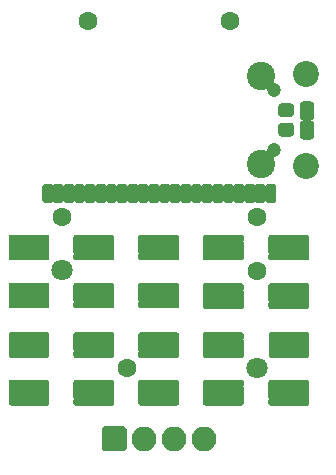
<source format=gbr>
%TF.GenerationSoftware,KiCad,Pcbnew,(5.1.9-0-10_14)*%
%TF.CreationDate,2021-09-13T12:25:13+02:00*%
%TF.ProjectId,SmartwatchPCB,536d6172-7477-4617-9463-685043422e6b,rev?*%
%TF.SameCoordinates,Original*%
%TF.FileFunction,Soldermask,Bot*%
%TF.FilePolarity,Negative*%
%FSLAX46Y46*%
G04 Gerber Fmt 4.6, Leading zero omitted, Abs format (unit mm)*
G04 Created by KiCad (PCBNEW (5.1.9-0-10_14)) date 2021-09-13 12:25:13*
%MOMM*%
%LPD*%
G01*
G04 APERTURE LIST*
%ADD10O,2.100000X2.100000*%
%ADD11C,1.600000*%
%ADD12C,1.800000*%
%ADD13C,0.100000*%
%ADD14C,1.200000*%
%ADD15C,2.200000*%
%ADD16C,2.400000*%
G04 APERTURE END LIST*
D10*
%TO.C,J3*%
X36677600Y-54406800D03*
X34137600Y-54406800D03*
X31597600Y-54406800D03*
G36*
G01*
X29907600Y-55456800D02*
X28207600Y-55456800D01*
G75*
G02*
X28007600Y-55256800I0J200000D01*
G01*
X28007600Y-53556800D01*
G75*
G02*
X28207600Y-53356800I200000J0D01*
G01*
X29907600Y-53356800D01*
G75*
G02*
X30107600Y-53556800I0J-200000D01*
G01*
X30107600Y-55256800D01*
G75*
G02*
X29907600Y-55456800I-200000J0D01*
G01*
G37*
%TD*%
D11*
%TO.C,U1*%
X26880300Y-18994600D03*
X38880300Y-18994600D03*
X24630300Y-35629600D03*
X41130300Y-35629600D03*
X30130300Y-48379600D03*
D12*
X41130300Y-48379600D03*
X24630300Y-40106600D03*
D11*
X41130300Y-40229600D03*
G36*
G01*
X42784300Y-32994600D02*
X42784300Y-34264600D01*
G75*
G02*
X42584300Y-34464600I-200000J0D01*
G01*
X42076300Y-34464600D01*
G75*
G02*
X41876300Y-34264600I0J200000D01*
G01*
X41876300Y-32994600D01*
G75*
G02*
X42076300Y-32794600I200000J0D01*
G01*
X42584300Y-32794600D01*
G75*
G02*
X42784300Y-32994600I0J-200000D01*
G01*
G37*
G36*
G01*
X41884300Y-32994600D02*
X41884300Y-34264600D01*
G75*
G02*
X41684300Y-34464600I-200000J0D01*
G01*
X41176300Y-34464600D01*
G75*
G02*
X40976300Y-34264600I0J200000D01*
G01*
X40976300Y-32994600D01*
G75*
G02*
X41176300Y-32794600I200000J0D01*
G01*
X41684300Y-32794600D01*
G75*
G02*
X41884300Y-32994600I0J-200000D01*
G01*
G37*
G36*
G01*
X40984300Y-32994600D02*
X40984300Y-34264600D01*
G75*
G02*
X40784300Y-34464600I-200000J0D01*
G01*
X40276300Y-34464600D01*
G75*
G02*
X40076300Y-34264600I0J200000D01*
G01*
X40076300Y-32994600D01*
G75*
G02*
X40276300Y-32794600I200000J0D01*
G01*
X40784300Y-32794600D01*
G75*
G02*
X40984300Y-32994600I0J-200000D01*
G01*
G37*
G36*
G01*
X40084300Y-32994600D02*
X40084300Y-34264600D01*
G75*
G02*
X39884300Y-34464600I-200000J0D01*
G01*
X39376300Y-34464600D01*
G75*
G02*
X39176300Y-34264600I0J200000D01*
G01*
X39176300Y-32994600D01*
G75*
G02*
X39376300Y-32794600I200000J0D01*
G01*
X39884300Y-32794600D01*
G75*
G02*
X40084300Y-32994600I0J-200000D01*
G01*
G37*
G36*
G01*
X39184300Y-32994600D02*
X39184300Y-34264600D01*
G75*
G02*
X38984300Y-34464600I-200000J0D01*
G01*
X38476300Y-34464600D01*
G75*
G02*
X38276300Y-34264600I0J200000D01*
G01*
X38276300Y-32994600D01*
G75*
G02*
X38476300Y-32794600I200000J0D01*
G01*
X38984300Y-32794600D01*
G75*
G02*
X39184300Y-32994600I0J-200000D01*
G01*
G37*
G36*
G01*
X38284300Y-32994600D02*
X38284300Y-34264600D01*
G75*
G02*
X38084300Y-34464600I-200000J0D01*
G01*
X37576300Y-34464600D01*
G75*
G02*
X37376300Y-34264600I0J200000D01*
G01*
X37376300Y-32994600D01*
G75*
G02*
X37576300Y-32794600I200000J0D01*
G01*
X38084300Y-32794600D01*
G75*
G02*
X38284300Y-32994600I0J-200000D01*
G01*
G37*
G36*
G01*
X37384300Y-32994600D02*
X37384300Y-34264600D01*
G75*
G02*
X37184300Y-34464600I-200000J0D01*
G01*
X36676300Y-34464600D01*
G75*
G02*
X36476300Y-34264600I0J200000D01*
G01*
X36476300Y-32994600D01*
G75*
G02*
X36676300Y-32794600I200000J0D01*
G01*
X37184300Y-32794600D01*
G75*
G02*
X37384300Y-32994600I0J-200000D01*
G01*
G37*
G36*
G01*
X36484300Y-32994600D02*
X36484300Y-34264600D01*
G75*
G02*
X36284300Y-34464600I-200000J0D01*
G01*
X35776300Y-34464600D01*
G75*
G02*
X35576300Y-34264600I0J200000D01*
G01*
X35576300Y-32994600D01*
G75*
G02*
X35776300Y-32794600I200000J0D01*
G01*
X36284300Y-32794600D01*
G75*
G02*
X36484300Y-32994600I0J-200000D01*
G01*
G37*
G36*
G01*
X35584300Y-32994600D02*
X35584300Y-34264600D01*
G75*
G02*
X35384300Y-34464600I-200000J0D01*
G01*
X34876300Y-34464600D01*
G75*
G02*
X34676300Y-34264600I0J200000D01*
G01*
X34676300Y-32994600D01*
G75*
G02*
X34876300Y-32794600I200000J0D01*
G01*
X35384300Y-32794600D01*
G75*
G02*
X35584300Y-32994600I0J-200000D01*
G01*
G37*
G36*
G01*
X34684300Y-32994600D02*
X34684300Y-34264600D01*
G75*
G02*
X34484300Y-34464600I-200000J0D01*
G01*
X33976300Y-34464600D01*
G75*
G02*
X33776300Y-34264600I0J200000D01*
G01*
X33776300Y-32994600D01*
G75*
G02*
X33976300Y-32794600I200000J0D01*
G01*
X34484300Y-32794600D01*
G75*
G02*
X34684300Y-32994600I0J-200000D01*
G01*
G37*
G36*
G01*
X33784300Y-32994600D02*
X33784300Y-34264600D01*
G75*
G02*
X33584300Y-34464600I-200000J0D01*
G01*
X33076300Y-34464600D01*
G75*
G02*
X32876300Y-34264600I0J200000D01*
G01*
X32876300Y-32994600D01*
G75*
G02*
X33076300Y-32794600I200000J0D01*
G01*
X33584300Y-32794600D01*
G75*
G02*
X33784300Y-32994600I0J-200000D01*
G01*
G37*
G36*
G01*
X32884300Y-32994600D02*
X32884300Y-34264600D01*
G75*
G02*
X32684300Y-34464600I-200000J0D01*
G01*
X32176300Y-34464600D01*
G75*
G02*
X31976300Y-34264600I0J200000D01*
G01*
X31976300Y-32994600D01*
G75*
G02*
X32176300Y-32794600I200000J0D01*
G01*
X32684300Y-32794600D01*
G75*
G02*
X32884300Y-32994600I0J-200000D01*
G01*
G37*
G36*
G01*
X31984300Y-32994600D02*
X31984300Y-34264600D01*
G75*
G02*
X31784300Y-34464600I-200000J0D01*
G01*
X31276300Y-34464600D01*
G75*
G02*
X31076300Y-34264600I0J200000D01*
G01*
X31076300Y-32994600D01*
G75*
G02*
X31276300Y-32794600I200000J0D01*
G01*
X31784300Y-32794600D01*
G75*
G02*
X31984300Y-32994600I0J-200000D01*
G01*
G37*
G36*
G01*
X31084300Y-32994600D02*
X31084300Y-34264600D01*
G75*
G02*
X30884300Y-34464600I-200000J0D01*
G01*
X30376300Y-34464600D01*
G75*
G02*
X30176300Y-34264600I0J200000D01*
G01*
X30176300Y-32994600D01*
G75*
G02*
X30376300Y-32794600I200000J0D01*
G01*
X30884300Y-32794600D01*
G75*
G02*
X31084300Y-32994600I0J-200000D01*
G01*
G37*
G36*
G01*
X30184300Y-32994600D02*
X30184300Y-34264600D01*
G75*
G02*
X29984300Y-34464600I-200000J0D01*
G01*
X29476300Y-34464600D01*
G75*
G02*
X29276300Y-34264600I0J200000D01*
G01*
X29276300Y-32994600D01*
G75*
G02*
X29476300Y-32794600I200000J0D01*
G01*
X29984300Y-32794600D01*
G75*
G02*
X30184300Y-32994600I0J-200000D01*
G01*
G37*
G36*
G01*
X29284300Y-32994600D02*
X29284300Y-34264600D01*
G75*
G02*
X29084300Y-34464600I-200000J0D01*
G01*
X28576300Y-34464600D01*
G75*
G02*
X28376300Y-34264600I0J200000D01*
G01*
X28376300Y-32994600D01*
G75*
G02*
X28576300Y-32794600I200000J0D01*
G01*
X29084300Y-32794600D01*
G75*
G02*
X29284300Y-32994600I0J-200000D01*
G01*
G37*
G36*
G01*
X28384300Y-32994600D02*
X28384300Y-34264600D01*
G75*
G02*
X28184300Y-34464600I-200000J0D01*
G01*
X27676300Y-34464600D01*
G75*
G02*
X27476300Y-34264600I0J200000D01*
G01*
X27476300Y-32994600D01*
G75*
G02*
X27676300Y-32794600I200000J0D01*
G01*
X28184300Y-32794600D01*
G75*
G02*
X28384300Y-32994600I0J-200000D01*
G01*
G37*
G36*
G01*
X27484300Y-32994600D02*
X27484300Y-34264600D01*
G75*
G02*
X27284300Y-34464600I-200000J0D01*
G01*
X26776300Y-34464600D01*
G75*
G02*
X26576300Y-34264600I0J200000D01*
G01*
X26576300Y-32994600D01*
G75*
G02*
X26776300Y-32794600I200000J0D01*
G01*
X27284300Y-32794600D01*
G75*
G02*
X27484300Y-32994600I0J-200000D01*
G01*
G37*
G36*
G01*
X26584300Y-32994600D02*
X26584300Y-34264600D01*
G75*
G02*
X26384300Y-34464600I-200000J0D01*
G01*
X25876300Y-34464600D01*
G75*
G02*
X25676300Y-34264600I0J200000D01*
G01*
X25676300Y-32994600D01*
G75*
G02*
X25876300Y-32794600I200000J0D01*
G01*
X26384300Y-32794600D01*
G75*
G02*
X26584300Y-32994600I0J-200000D01*
G01*
G37*
G36*
G01*
X25684300Y-32994600D02*
X25684300Y-34264600D01*
G75*
G02*
X25484300Y-34464600I-200000J0D01*
G01*
X24976300Y-34464600D01*
G75*
G02*
X24776300Y-34264600I0J200000D01*
G01*
X24776300Y-32994600D01*
G75*
G02*
X24976300Y-32794600I200000J0D01*
G01*
X25484300Y-32794600D01*
G75*
G02*
X25684300Y-32994600I0J-200000D01*
G01*
G37*
G36*
G01*
X24784300Y-32994600D02*
X24784300Y-34264600D01*
G75*
G02*
X24584300Y-34464600I-200000J0D01*
G01*
X24076300Y-34464600D01*
G75*
G02*
X23876300Y-34264600I0J200000D01*
G01*
X23876300Y-32994600D01*
G75*
G02*
X24076300Y-32794600I200000J0D01*
G01*
X24584300Y-32794600D01*
G75*
G02*
X24784300Y-32994600I0J-200000D01*
G01*
G37*
G36*
G01*
X23884300Y-32994600D02*
X23884300Y-34264600D01*
G75*
G02*
X23684300Y-34464600I-200000J0D01*
G01*
X23176300Y-34464600D01*
G75*
G02*
X22976300Y-34264600I0J200000D01*
G01*
X22976300Y-32994600D01*
G75*
G02*
X23176300Y-32794600I200000J0D01*
G01*
X23684300Y-32794600D01*
G75*
G02*
X23884300Y-32994600I0J-200000D01*
G01*
G37*
%TD*%
D13*
%TO.C,SW_SUB1*%
G36*
X20281982Y-47034757D02*
G01*
X20244463Y-47023376D01*
X20209886Y-47004894D01*
X20179579Y-46980021D01*
X20154706Y-46949714D01*
X20136224Y-46915137D01*
X20124843Y-46877618D01*
X20121000Y-46838600D01*
X20121000Y-45831753D01*
X20120000Y-45821600D01*
X20120000Y-45567600D01*
X20123843Y-45528582D01*
X20135224Y-45491063D01*
X20153706Y-45456486D01*
X20178579Y-45426179D01*
X20179128Y-45425728D01*
X20179579Y-45425179D01*
X20209886Y-45400306D01*
X20244463Y-45381824D01*
X20281982Y-45370443D01*
X20321000Y-45366600D01*
X20584000Y-45366600D01*
X20594153Y-45367600D01*
X23368000Y-45367600D01*
X23407018Y-45371443D01*
X23444537Y-45382824D01*
X23479114Y-45401306D01*
X23509421Y-45426179D01*
X23534294Y-45456486D01*
X23552776Y-45491063D01*
X23564157Y-45528582D01*
X23568000Y-45567600D01*
X23568000Y-45821600D01*
X23564157Y-45860618D01*
X23552776Y-45898137D01*
X23534294Y-45932714D01*
X23509421Y-45963021D01*
X23479114Y-45987894D01*
X23444537Y-46006376D01*
X23407018Y-46017757D01*
X23368000Y-46021600D01*
X20784000Y-46021600D01*
X20784000Y-46374600D01*
X22860000Y-46374600D01*
X22899018Y-46378443D01*
X22936537Y-46389824D01*
X22971114Y-46408306D01*
X23001421Y-46433179D01*
X23026294Y-46463486D01*
X23044776Y-46498063D01*
X23056157Y-46535582D01*
X23060000Y-46574600D01*
X23060000Y-46838600D01*
X23056157Y-46877618D01*
X23044776Y-46915137D01*
X23026294Y-46949714D01*
X23001421Y-46980021D01*
X22971114Y-47004894D01*
X22936537Y-47023376D01*
X22899018Y-47034757D01*
X22860000Y-47038600D01*
X20321000Y-47038600D01*
X20281982Y-47034757D01*
G37*
G36*
X23406018Y-45878443D02*
G01*
X23443537Y-45889824D01*
X23478114Y-45908306D01*
X23508421Y-45933179D01*
X23533294Y-45963486D01*
X23551776Y-45998063D01*
X23563157Y-46035582D01*
X23567000Y-46074600D01*
X23567000Y-47081447D01*
X23568000Y-47091600D01*
X23568000Y-47345600D01*
X23564157Y-47384618D01*
X23552776Y-47422137D01*
X23534294Y-47456714D01*
X23509421Y-47487021D01*
X23508872Y-47487472D01*
X23508421Y-47488021D01*
X23478114Y-47512894D01*
X23443537Y-47531376D01*
X23406018Y-47542757D01*
X23367000Y-47546600D01*
X23104000Y-47546600D01*
X23093847Y-47545600D01*
X20320000Y-47545600D01*
X20280982Y-47541757D01*
X20243463Y-47530376D01*
X20208886Y-47511894D01*
X20178579Y-47487021D01*
X20153706Y-47456714D01*
X20135224Y-47422137D01*
X20123843Y-47384618D01*
X20120000Y-47345600D01*
X20120000Y-47091600D01*
X20123843Y-47052582D01*
X20135224Y-47015063D01*
X20153706Y-46980486D01*
X20178579Y-46950179D01*
X20208886Y-46925306D01*
X20243463Y-46906824D01*
X20280982Y-46895443D01*
X20320000Y-46891600D01*
X22904000Y-46891600D01*
X22904000Y-46538600D01*
X20828000Y-46538600D01*
X20788982Y-46534757D01*
X20751463Y-46523376D01*
X20716886Y-46504894D01*
X20686579Y-46480021D01*
X20661706Y-46449714D01*
X20643224Y-46415137D01*
X20631843Y-46377618D01*
X20628000Y-46338600D01*
X20628000Y-46074600D01*
X20631843Y-46035582D01*
X20643224Y-45998063D01*
X20661706Y-45963486D01*
X20686579Y-45933179D01*
X20716886Y-45908306D01*
X20751463Y-45889824D01*
X20788982Y-45878443D01*
X20828000Y-45874600D01*
X23367000Y-45874600D01*
X23406018Y-45878443D01*
G37*
%TD*%
%TO.C,SW_0*%
G36*
X39865218Y-49917043D02*
G01*
X39902737Y-49928424D01*
X39937314Y-49946906D01*
X39967621Y-49971779D01*
X39992494Y-50002086D01*
X40010976Y-50036663D01*
X40022357Y-50074182D01*
X40026200Y-50113200D01*
X40026200Y-51120047D01*
X40027200Y-51130200D01*
X40027200Y-51384200D01*
X40023357Y-51423218D01*
X40011976Y-51460737D01*
X39993494Y-51495314D01*
X39968621Y-51525621D01*
X39968072Y-51526072D01*
X39967621Y-51526621D01*
X39937314Y-51551494D01*
X39902737Y-51569976D01*
X39865218Y-51581357D01*
X39826200Y-51585200D01*
X39563200Y-51585200D01*
X39553047Y-51584200D01*
X36779200Y-51584200D01*
X36740182Y-51580357D01*
X36702663Y-51568976D01*
X36668086Y-51550494D01*
X36637779Y-51525621D01*
X36612906Y-51495314D01*
X36594424Y-51460737D01*
X36583043Y-51423218D01*
X36579200Y-51384200D01*
X36579200Y-51130200D01*
X36583043Y-51091182D01*
X36594424Y-51053663D01*
X36612906Y-51019086D01*
X36637779Y-50988779D01*
X36668086Y-50963906D01*
X36702663Y-50945424D01*
X36740182Y-50934043D01*
X36779200Y-50930200D01*
X39363200Y-50930200D01*
X39363200Y-50577200D01*
X37287200Y-50577200D01*
X37248182Y-50573357D01*
X37210663Y-50561976D01*
X37176086Y-50543494D01*
X37145779Y-50518621D01*
X37120906Y-50488314D01*
X37102424Y-50453737D01*
X37091043Y-50416218D01*
X37087200Y-50377200D01*
X37087200Y-50113200D01*
X37091043Y-50074182D01*
X37102424Y-50036663D01*
X37120906Y-50002086D01*
X37145779Y-49971779D01*
X37176086Y-49946906D01*
X37210663Y-49928424D01*
X37248182Y-49917043D01*
X37287200Y-49913200D01*
X39826200Y-49913200D01*
X39865218Y-49917043D01*
G37*
G36*
X36741182Y-51073357D02*
G01*
X36703663Y-51061976D01*
X36669086Y-51043494D01*
X36638779Y-51018621D01*
X36613906Y-50988314D01*
X36595424Y-50953737D01*
X36584043Y-50916218D01*
X36580200Y-50877200D01*
X36580200Y-49870353D01*
X36579200Y-49860200D01*
X36579200Y-49606200D01*
X36583043Y-49567182D01*
X36594424Y-49529663D01*
X36612906Y-49495086D01*
X36637779Y-49464779D01*
X36638328Y-49464328D01*
X36638779Y-49463779D01*
X36669086Y-49438906D01*
X36703663Y-49420424D01*
X36741182Y-49409043D01*
X36780200Y-49405200D01*
X37043200Y-49405200D01*
X37053353Y-49406200D01*
X39827200Y-49406200D01*
X39866218Y-49410043D01*
X39903737Y-49421424D01*
X39938314Y-49439906D01*
X39968621Y-49464779D01*
X39993494Y-49495086D01*
X40011976Y-49529663D01*
X40023357Y-49567182D01*
X40027200Y-49606200D01*
X40027200Y-49860200D01*
X40023357Y-49899218D01*
X40011976Y-49936737D01*
X39993494Y-49971314D01*
X39968621Y-50001621D01*
X39938314Y-50026494D01*
X39903737Y-50044976D01*
X39866218Y-50056357D01*
X39827200Y-50060200D01*
X37243200Y-50060200D01*
X37243200Y-50413200D01*
X39319200Y-50413200D01*
X39358218Y-50417043D01*
X39395737Y-50428424D01*
X39430314Y-50446906D01*
X39460621Y-50471779D01*
X39485494Y-50502086D01*
X39503976Y-50536663D01*
X39515357Y-50574182D01*
X39519200Y-50613200D01*
X39519200Y-50877200D01*
X39515357Y-50916218D01*
X39503976Y-50953737D01*
X39485494Y-50988314D01*
X39460621Y-51018621D01*
X39430314Y-51043494D01*
X39395737Y-51061976D01*
X39358218Y-51073357D01*
X39319200Y-51077200D01*
X36780200Y-51077200D01*
X36741182Y-51073357D01*
G37*
%TD*%
%TO.C,SW_1*%
G36*
X39865218Y-45878443D02*
G01*
X39902737Y-45889824D01*
X39937314Y-45908306D01*
X39967621Y-45933179D01*
X39992494Y-45963486D01*
X40010976Y-45998063D01*
X40022357Y-46035582D01*
X40026200Y-46074600D01*
X40026200Y-47081447D01*
X40027200Y-47091600D01*
X40027200Y-47345600D01*
X40023357Y-47384618D01*
X40011976Y-47422137D01*
X39993494Y-47456714D01*
X39968621Y-47487021D01*
X39968072Y-47487472D01*
X39967621Y-47488021D01*
X39937314Y-47512894D01*
X39902737Y-47531376D01*
X39865218Y-47542757D01*
X39826200Y-47546600D01*
X39563200Y-47546600D01*
X39553047Y-47545600D01*
X36779200Y-47545600D01*
X36740182Y-47541757D01*
X36702663Y-47530376D01*
X36668086Y-47511894D01*
X36637779Y-47487021D01*
X36612906Y-47456714D01*
X36594424Y-47422137D01*
X36583043Y-47384618D01*
X36579200Y-47345600D01*
X36579200Y-47091600D01*
X36583043Y-47052582D01*
X36594424Y-47015063D01*
X36612906Y-46980486D01*
X36637779Y-46950179D01*
X36668086Y-46925306D01*
X36702663Y-46906824D01*
X36740182Y-46895443D01*
X36779200Y-46891600D01*
X39363200Y-46891600D01*
X39363200Y-46538600D01*
X37287200Y-46538600D01*
X37248182Y-46534757D01*
X37210663Y-46523376D01*
X37176086Y-46504894D01*
X37145779Y-46480021D01*
X37120906Y-46449714D01*
X37102424Y-46415137D01*
X37091043Y-46377618D01*
X37087200Y-46338600D01*
X37087200Y-46074600D01*
X37091043Y-46035582D01*
X37102424Y-45998063D01*
X37120906Y-45963486D01*
X37145779Y-45933179D01*
X37176086Y-45908306D01*
X37210663Y-45889824D01*
X37248182Y-45878443D01*
X37287200Y-45874600D01*
X39826200Y-45874600D01*
X39865218Y-45878443D01*
G37*
G36*
X36741182Y-47034757D02*
G01*
X36703663Y-47023376D01*
X36669086Y-47004894D01*
X36638779Y-46980021D01*
X36613906Y-46949714D01*
X36595424Y-46915137D01*
X36584043Y-46877618D01*
X36580200Y-46838600D01*
X36580200Y-45831753D01*
X36579200Y-45821600D01*
X36579200Y-45567600D01*
X36583043Y-45528582D01*
X36594424Y-45491063D01*
X36612906Y-45456486D01*
X36637779Y-45426179D01*
X36638328Y-45425728D01*
X36638779Y-45425179D01*
X36669086Y-45400306D01*
X36703663Y-45381824D01*
X36741182Y-45370443D01*
X36780200Y-45366600D01*
X37043200Y-45366600D01*
X37053353Y-45367600D01*
X39827200Y-45367600D01*
X39866218Y-45371443D01*
X39903737Y-45382824D01*
X39938314Y-45401306D01*
X39968621Y-45426179D01*
X39993494Y-45456486D01*
X40011976Y-45491063D01*
X40023357Y-45528582D01*
X40027200Y-45567600D01*
X40027200Y-45821600D01*
X40023357Y-45860618D01*
X40011976Y-45898137D01*
X39993494Y-45932714D01*
X39968621Y-45963021D01*
X39938314Y-45987894D01*
X39903737Y-46006376D01*
X39866218Y-46017757D01*
X39827200Y-46021600D01*
X37243200Y-46021600D01*
X37243200Y-46374600D01*
X39319200Y-46374600D01*
X39358218Y-46378443D01*
X39395737Y-46389824D01*
X39430314Y-46408306D01*
X39460621Y-46433179D01*
X39485494Y-46463486D01*
X39503976Y-46498063D01*
X39515357Y-46535582D01*
X39519200Y-46574600D01*
X39519200Y-46838600D01*
X39515357Y-46877618D01*
X39503976Y-46915137D01*
X39485494Y-46949714D01*
X39460621Y-46980021D01*
X39430314Y-47004894D01*
X39395737Y-47023376D01*
X39358218Y-47034757D01*
X39319200Y-47038600D01*
X36780200Y-47038600D01*
X36741182Y-47034757D01*
G37*
%TD*%
%TO.C,SW_2*%
G36*
X34378818Y-45878443D02*
G01*
X34416337Y-45889824D01*
X34450914Y-45908306D01*
X34481221Y-45933179D01*
X34506094Y-45963486D01*
X34524576Y-45998063D01*
X34535957Y-46035582D01*
X34539800Y-46074600D01*
X34539800Y-47081447D01*
X34540800Y-47091600D01*
X34540800Y-47345600D01*
X34536957Y-47384618D01*
X34525576Y-47422137D01*
X34507094Y-47456714D01*
X34482221Y-47487021D01*
X34481672Y-47487472D01*
X34481221Y-47488021D01*
X34450914Y-47512894D01*
X34416337Y-47531376D01*
X34378818Y-47542757D01*
X34339800Y-47546600D01*
X34076800Y-47546600D01*
X34066647Y-47545600D01*
X31292800Y-47545600D01*
X31253782Y-47541757D01*
X31216263Y-47530376D01*
X31181686Y-47511894D01*
X31151379Y-47487021D01*
X31126506Y-47456714D01*
X31108024Y-47422137D01*
X31096643Y-47384618D01*
X31092800Y-47345600D01*
X31092800Y-47091600D01*
X31096643Y-47052582D01*
X31108024Y-47015063D01*
X31126506Y-46980486D01*
X31151379Y-46950179D01*
X31181686Y-46925306D01*
X31216263Y-46906824D01*
X31253782Y-46895443D01*
X31292800Y-46891600D01*
X33876800Y-46891600D01*
X33876800Y-46538600D01*
X31800800Y-46538600D01*
X31761782Y-46534757D01*
X31724263Y-46523376D01*
X31689686Y-46504894D01*
X31659379Y-46480021D01*
X31634506Y-46449714D01*
X31616024Y-46415137D01*
X31604643Y-46377618D01*
X31600800Y-46338600D01*
X31600800Y-46074600D01*
X31604643Y-46035582D01*
X31616024Y-45998063D01*
X31634506Y-45963486D01*
X31659379Y-45933179D01*
X31689686Y-45908306D01*
X31724263Y-45889824D01*
X31761782Y-45878443D01*
X31800800Y-45874600D01*
X34339800Y-45874600D01*
X34378818Y-45878443D01*
G37*
G36*
X31254782Y-47034757D02*
G01*
X31217263Y-47023376D01*
X31182686Y-47004894D01*
X31152379Y-46980021D01*
X31127506Y-46949714D01*
X31109024Y-46915137D01*
X31097643Y-46877618D01*
X31093800Y-46838600D01*
X31093800Y-45831753D01*
X31092800Y-45821600D01*
X31092800Y-45567600D01*
X31096643Y-45528582D01*
X31108024Y-45491063D01*
X31126506Y-45456486D01*
X31151379Y-45426179D01*
X31151928Y-45425728D01*
X31152379Y-45425179D01*
X31182686Y-45400306D01*
X31217263Y-45381824D01*
X31254782Y-45370443D01*
X31293800Y-45366600D01*
X31556800Y-45366600D01*
X31566953Y-45367600D01*
X34340800Y-45367600D01*
X34379818Y-45371443D01*
X34417337Y-45382824D01*
X34451914Y-45401306D01*
X34482221Y-45426179D01*
X34507094Y-45456486D01*
X34525576Y-45491063D01*
X34536957Y-45528582D01*
X34540800Y-45567600D01*
X34540800Y-45821600D01*
X34536957Y-45860618D01*
X34525576Y-45898137D01*
X34507094Y-45932714D01*
X34482221Y-45963021D01*
X34451914Y-45987894D01*
X34417337Y-46006376D01*
X34379818Y-46017757D01*
X34340800Y-46021600D01*
X31756800Y-46021600D01*
X31756800Y-46374600D01*
X33832800Y-46374600D01*
X33871818Y-46378443D01*
X33909337Y-46389824D01*
X33943914Y-46408306D01*
X33974221Y-46433179D01*
X33999094Y-46463486D01*
X34017576Y-46498063D01*
X34028957Y-46535582D01*
X34032800Y-46574600D01*
X34032800Y-46838600D01*
X34028957Y-46877618D01*
X34017576Y-46915137D01*
X33999094Y-46949714D01*
X33974221Y-46980021D01*
X33943914Y-47004894D01*
X33909337Y-47023376D01*
X33871818Y-47034757D01*
X33832800Y-47038600D01*
X31293800Y-47038600D01*
X31254782Y-47034757D01*
G37*
%TD*%
%TO.C,SW_3*%
G36*
X25768382Y-47034757D02*
G01*
X25730863Y-47023376D01*
X25696286Y-47004894D01*
X25665979Y-46980021D01*
X25641106Y-46949714D01*
X25622624Y-46915137D01*
X25611243Y-46877618D01*
X25607400Y-46838600D01*
X25607400Y-45831753D01*
X25606400Y-45821600D01*
X25606400Y-45567600D01*
X25610243Y-45528582D01*
X25621624Y-45491063D01*
X25640106Y-45456486D01*
X25664979Y-45426179D01*
X25665528Y-45425728D01*
X25665979Y-45425179D01*
X25696286Y-45400306D01*
X25730863Y-45381824D01*
X25768382Y-45370443D01*
X25807400Y-45366600D01*
X26070400Y-45366600D01*
X26080553Y-45367600D01*
X28854400Y-45367600D01*
X28893418Y-45371443D01*
X28930937Y-45382824D01*
X28965514Y-45401306D01*
X28995821Y-45426179D01*
X29020694Y-45456486D01*
X29039176Y-45491063D01*
X29050557Y-45528582D01*
X29054400Y-45567600D01*
X29054400Y-45821600D01*
X29050557Y-45860618D01*
X29039176Y-45898137D01*
X29020694Y-45932714D01*
X28995821Y-45963021D01*
X28965514Y-45987894D01*
X28930937Y-46006376D01*
X28893418Y-46017757D01*
X28854400Y-46021600D01*
X26270400Y-46021600D01*
X26270400Y-46374600D01*
X28346400Y-46374600D01*
X28385418Y-46378443D01*
X28422937Y-46389824D01*
X28457514Y-46408306D01*
X28487821Y-46433179D01*
X28512694Y-46463486D01*
X28531176Y-46498063D01*
X28542557Y-46535582D01*
X28546400Y-46574600D01*
X28546400Y-46838600D01*
X28542557Y-46877618D01*
X28531176Y-46915137D01*
X28512694Y-46949714D01*
X28487821Y-46980021D01*
X28457514Y-47004894D01*
X28422937Y-47023376D01*
X28385418Y-47034757D01*
X28346400Y-47038600D01*
X25807400Y-47038600D01*
X25768382Y-47034757D01*
G37*
G36*
X28892418Y-45878443D02*
G01*
X28929937Y-45889824D01*
X28964514Y-45908306D01*
X28994821Y-45933179D01*
X29019694Y-45963486D01*
X29038176Y-45998063D01*
X29049557Y-46035582D01*
X29053400Y-46074600D01*
X29053400Y-47081447D01*
X29054400Y-47091600D01*
X29054400Y-47345600D01*
X29050557Y-47384618D01*
X29039176Y-47422137D01*
X29020694Y-47456714D01*
X28995821Y-47487021D01*
X28995272Y-47487472D01*
X28994821Y-47488021D01*
X28964514Y-47512894D01*
X28929937Y-47531376D01*
X28892418Y-47542757D01*
X28853400Y-47546600D01*
X28590400Y-47546600D01*
X28580247Y-47545600D01*
X25806400Y-47545600D01*
X25767382Y-47541757D01*
X25729863Y-47530376D01*
X25695286Y-47511894D01*
X25664979Y-47487021D01*
X25640106Y-47456714D01*
X25621624Y-47422137D01*
X25610243Y-47384618D01*
X25606400Y-47345600D01*
X25606400Y-47091600D01*
X25610243Y-47052582D01*
X25621624Y-47015063D01*
X25640106Y-46980486D01*
X25664979Y-46950179D01*
X25695286Y-46925306D01*
X25729863Y-46906824D01*
X25767382Y-46895443D01*
X25806400Y-46891600D01*
X28390400Y-46891600D01*
X28390400Y-46538600D01*
X26314400Y-46538600D01*
X26275382Y-46534757D01*
X26237863Y-46523376D01*
X26203286Y-46504894D01*
X26172979Y-46480021D01*
X26148106Y-46449714D01*
X26129624Y-46415137D01*
X26118243Y-46377618D01*
X26114400Y-46338600D01*
X26114400Y-46074600D01*
X26118243Y-46035582D01*
X26129624Y-45998063D01*
X26148106Y-45963486D01*
X26172979Y-45933179D01*
X26203286Y-45908306D01*
X26237863Y-45889824D01*
X26275382Y-45878443D01*
X26314400Y-45874600D01*
X28853400Y-45874600D01*
X28892418Y-45878443D01*
G37*
%TD*%
%TO.C,SW_4*%
G36*
X36741182Y-42894557D02*
G01*
X36703663Y-42883176D01*
X36669086Y-42864694D01*
X36638779Y-42839821D01*
X36613906Y-42809514D01*
X36595424Y-42774937D01*
X36584043Y-42737418D01*
X36580200Y-42698400D01*
X36580200Y-41691553D01*
X36579200Y-41681400D01*
X36579200Y-41427400D01*
X36583043Y-41388382D01*
X36594424Y-41350863D01*
X36612906Y-41316286D01*
X36637779Y-41285979D01*
X36638328Y-41285528D01*
X36638779Y-41284979D01*
X36669086Y-41260106D01*
X36703663Y-41241624D01*
X36741182Y-41230243D01*
X36780200Y-41226400D01*
X37043200Y-41226400D01*
X37053353Y-41227400D01*
X39827200Y-41227400D01*
X39866218Y-41231243D01*
X39903737Y-41242624D01*
X39938314Y-41261106D01*
X39968621Y-41285979D01*
X39993494Y-41316286D01*
X40011976Y-41350863D01*
X40023357Y-41388382D01*
X40027200Y-41427400D01*
X40027200Y-41681400D01*
X40023357Y-41720418D01*
X40011976Y-41757937D01*
X39993494Y-41792514D01*
X39968621Y-41822821D01*
X39938314Y-41847694D01*
X39903737Y-41866176D01*
X39866218Y-41877557D01*
X39827200Y-41881400D01*
X37243200Y-41881400D01*
X37243200Y-42234400D01*
X39319200Y-42234400D01*
X39358218Y-42238243D01*
X39395737Y-42249624D01*
X39430314Y-42268106D01*
X39460621Y-42292979D01*
X39485494Y-42323286D01*
X39503976Y-42357863D01*
X39515357Y-42395382D01*
X39519200Y-42434400D01*
X39519200Y-42698400D01*
X39515357Y-42737418D01*
X39503976Y-42774937D01*
X39485494Y-42809514D01*
X39460621Y-42839821D01*
X39430314Y-42864694D01*
X39395737Y-42883176D01*
X39358218Y-42894557D01*
X39319200Y-42898400D01*
X36780200Y-42898400D01*
X36741182Y-42894557D01*
G37*
G36*
X39865218Y-41738243D02*
G01*
X39902737Y-41749624D01*
X39937314Y-41768106D01*
X39967621Y-41792979D01*
X39992494Y-41823286D01*
X40010976Y-41857863D01*
X40022357Y-41895382D01*
X40026200Y-41934400D01*
X40026200Y-42941247D01*
X40027200Y-42951400D01*
X40027200Y-43205400D01*
X40023357Y-43244418D01*
X40011976Y-43281937D01*
X39993494Y-43316514D01*
X39968621Y-43346821D01*
X39968072Y-43347272D01*
X39967621Y-43347821D01*
X39937314Y-43372694D01*
X39902737Y-43391176D01*
X39865218Y-43402557D01*
X39826200Y-43406400D01*
X39563200Y-43406400D01*
X39553047Y-43405400D01*
X36779200Y-43405400D01*
X36740182Y-43401557D01*
X36702663Y-43390176D01*
X36668086Y-43371694D01*
X36637779Y-43346821D01*
X36612906Y-43316514D01*
X36594424Y-43281937D01*
X36583043Y-43244418D01*
X36579200Y-43205400D01*
X36579200Y-42951400D01*
X36583043Y-42912382D01*
X36594424Y-42874863D01*
X36612906Y-42840286D01*
X36637779Y-42809979D01*
X36668086Y-42785106D01*
X36702663Y-42766624D01*
X36740182Y-42755243D01*
X36779200Y-42751400D01*
X39363200Y-42751400D01*
X39363200Y-42398400D01*
X37287200Y-42398400D01*
X37248182Y-42394557D01*
X37210663Y-42383176D01*
X37176086Y-42364694D01*
X37145779Y-42339821D01*
X37120906Y-42309514D01*
X37102424Y-42274937D01*
X37091043Y-42237418D01*
X37087200Y-42198400D01*
X37087200Y-41934400D01*
X37091043Y-41895382D01*
X37102424Y-41857863D01*
X37120906Y-41823286D01*
X37145779Y-41792979D01*
X37176086Y-41768106D01*
X37210663Y-41749624D01*
X37248182Y-41738243D01*
X37287200Y-41734400D01*
X39826200Y-41734400D01*
X39865218Y-41738243D01*
G37*
%TD*%
%TO.C,SW_5*%
G36*
X31254782Y-42843757D02*
G01*
X31217263Y-42832376D01*
X31182686Y-42813894D01*
X31152379Y-42789021D01*
X31127506Y-42758714D01*
X31109024Y-42724137D01*
X31097643Y-42686618D01*
X31093800Y-42647600D01*
X31093800Y-41640753D01*
X31092800Y-41630600D01*
X31092800Y-41376600D01*
X31096643Y-41337582D01*
X31108024Y-41300063D01*
X31126506Y-41265486D01*
X31151379Y-41235179D01*
X31151928Y-41234728D01*
X31152379Y-41234179D01*
X31182686Y-41209306D01*
X31217263Y-41190824D01*
X31254782Y-41179443D01*
X31293800Y-41175600D01*
X31556800Y-41175600D01*
X31566953Y-41176600D01*
X34340800Y-41176600D01*
X34379818Y-41180443D01*
X34417337Y-41191824D01*
X34451914Y-41210306D01*
X34482221Y-41235179D01*
X34507094Y-41265486D01*
X34525576Y-41300063D01*
X34536957Y-41337582D01*
X34540800Y-41376600D01*
X34540800Y-41630600D01*
X34536957Y-41669618D01*
X34525576Y-41707137D01*
X34507094Y-41741714D01*
X34482221Y-41772021D01*
X34451914Y-41796894D01*
X34417337Y-41815376D01*
X34379818Y-41826757D01*
X34340800Y-41830600D01*
X31756800Y-41830600D01*
X31756800Y-42183600D01*
X33832800Y-42183600D01*
X33871818Y-42187443D01*
X33909337Y-42198824D01*
X33943914Y-42217306D01*
X33974221Y-42242179D01*
X33999094Y-42272486D01*
X34017576Y-42307063D01*
X34028957Y-42344582D01*
X34032800Y-42383600D01*
X34032800Y-42647600D01*
X34028957Y-42686618D01*
X34017576Y-42724137D01*
X33999094Y-42758714D01*
X33974221Y-42789021D01*
X33943914Y-42813894D01*
X33909337Y-42832376D01*
X33871818Y-42843757D01*
X33832800Y-42847600D01*
X31293800Y-42847600D01*
X31254782Y-42843757D01*
G37*
G36*
X34378818Y-41687443D02*
G01*
X34416337Y-41698824D01*
X34450914Y-41717306D01*
X34481221Y-41742179D01*
X34506094Y-41772486D01*
X34524576Y-41807063D01*
X34535957Y-41844582D01*
X34539800Y-41883600D01*
X34539800Y-42890447D01*
X34540800Y-42900600D01*
X34540800Y-43154600D01*
X34536957Y-43193618D01*
X34525576Y-43231137D01*
X34507094Y-43265714D01*
X34482221Y-43296021D01*
X34481672Y-43296472D01*
X34481221Y-43297021D01*
X34450914Y-43321894D01*
X34416337Y-43340376D01*
X34378818Y-43351757D01*
X34339800Y-43355600D01*
X34076800Y-43355600D01*
X34066647Y-43354600D01*
X31292800Y-43354600D01*
X31253782Y-43350757D01*
X31216263Y-43339376D01*
X31181686Y-43320894D01*
X31151379Y-43296021D01*
X31126506Y-43265714D01*
X31108024Y-43231137D01*
X31096643Y-43193618D01*
X31092800Y-43154600D01*
X31092800Y-42900600D01*
X31096643Y-42861582D01*
X31108024Y-42824063D01*
X31126506Y-42789486D01*
X31151379Y-42759179D01*
X31181686Y-42734306D01*
X31216263Y-42715824D01*
X31253782Y-42704443D01*
X31292800Y-42700600D01*
X33876800Y-42700600D01*
X33876800Y-42347600D01*
X31800800Y-42347600D01*
X31761782Y-42343757D01*
X31724263Y-42332376D01*
X31689686Y-42313894D01*
X31659379Y-42289021D01*
X31634506Y-42258714D01*
X31616024Y-42224137D01*
X31604643Y-42186618D01*
X31600800Y-42147600D01*
X31600800Y-41883600D01*
X31604643Y-41844582D01*
X31616024Y-41807063D01*
X31634506Y-41772486D01*
X31659379Y-41742179D01*
X31689686Y-41717306D01*
X31724263Y-41698824D01*
X31761782Y-41687443D01*
X31800800Y-41683600D01*
X34339800Y-41683600D01*
X34378818Y-41687443D01*
G37*
%TD*%
%TO.C,SW_7*%
G36*
X36741182Y-38779757D02*
G01*
X36703663Y-38768376D01*
X36669086Y-38749894D01*
X36638779Y-38725021D01*
X36613906Y-38694714D01*
X36595424Y-38660137D01*
X36584043Y-38622618D01*
X36580200Y-38583600D01*
X36580200Y-37576753D01*
X36579200Y-37566600D01*
X36579200Y-37312600D01*
X36583043Y-37273582D01*
X36594424Y-37236063D01*
X36612906Y-37201486D01*
X36637779Y-37171179D01*
X36638328Y-37170728D01*
X36638779Y-37170179D01*
X36669086Y-37145306D01*
X36703663Y-37126824D01*
X36741182Y-37115443D01*
X36780200Y-37111600D01*
X37043200Y-37111600D01*
X37053353Y-37112600D01*
X39827200Y-37112600D01*
X39866218Y-37116443D01*
X39903737Y-37127824D01*
X39938314Y-37146306D01*
X39968621Y-37171179D01*
X39993494Y-37201486D01*
X40011976Y-37236063D01*
X40023357Y-37273582D01*
X40027200Y-37312600D01*
X40027200Y-37566600D01*
X40023357Y-37605618D01*
X40011976Y-37643137D01*
X39993494Y-37677714D01*
X39968621Y-37708021D01*
X39938314Y-37732894D01*
X39903737Y-37751376D01*
X39866218Y-37762757D01*
X39827200Y-37766600D01*
X37243200Y-37766600D01*
X37243200Y-38119600D01*
X39319200Y-38119600D01*
X39358218Y-38123443D01*
X39395737Y-38134824D01*
X39430314Y-38153306D01*
X39460621Y-38178179D01*
X39485494Y-38208486D01*
X39503976Y-38243063D01*
X39515357Y-38280582D01*
X39519200Y-38319600D01*
X39519200Y-38583600D01*
X39515357Y-38622618D01*
X39503976Y-38660137D01*
X39485494Y-38694714D01*
X39460621Y-38725021D01*
X39430314Y-38749894D01*
X39395737Y-38768376D01*
X39358218Y-38779757D01*
X39319200Y-38783600D01*
X36780200Y-38783600D01*
X36741182Y-38779757D01*
G37*
G36*
X39865218Y-37623443D02*
G01*
X39902737Y-37634824D01*
X39937314Y-37653306D01*
X39967621Y-37678179D01*
X39992494Y-37708486D01*
X40010976Y-37743063D01*
X40022357Y-37780582D01*
X40026200Y-37819600D01*
X40026200Y-38826447D01*
X40027200Y-38836600D01*
X40027200Y-39090600D01*
X40023357Y-39129618D01*
X40011976Y-39167137D01*
X39993494Y-39201714D01*
X39968621Y-39232021D01*
X39968072Y-39232472D01*
X39967621Y-39233021D01*
X39937314Y-39257894D01*
X39902737Y-39276376D01*
X39865218Y-39287757D01*
X39826200Y-39291600D01*
X39563200Y-39291600D01*
X39553047Y-39290600D01*
X36779200Y-39290600D01*
X36740182Y-39286757D01*
X36702663Y-39275376D01*
X36668086Y-39256894D01*
X36637779Y-39232021D01*
X36612906Y-39201714D01*
X36594424Y-39167137D01*
X36583043Y-39129618D01*
X36579200Y-39090600D01*
X36579200Y-38836600D01*
X36583043Y-38797582D01*
X36594424Y-38760063D01*
X36612906Y-38725486D01*
X36637779Y-38695179D01*
X36668086Y-38670306D01*
X36702663Y-38651824D01*
X36740182Y-38640443D01*
X36779200Y-38636600D01*
X39363200Y-38636600D01*
X39363200Y-38283600D01*
X37287200Y-38283600D01*
X37248182Y-38279757D01*
X37210663Y-38268376D01*
X37176086Y-38249894D01*
X37145779Y-38225021D01*
X37120906Y-38194714D01*
X37102424Y-38160137D01*
X37091043Y-38122618D01*
X37087200Y-38083600D01*
X37087200Y-37819600D01*
X37091043Y-37780582D01*
X37102424Y-37743063D01*
X37120906Y-37708486D01*
X37145779Y-37678179D01*
X37176086Y-37653306D01*
X37210663Y-37634824D01*
X37248182Y-37623443D01*
X37287200Y-37619600D01*
X39826200Y-37619600D01*
X39865218Y-37623443D01*
G37*
%TD*%
%TO.C,SW_8*%
G36*
X31254782Y-38779757D02*
G01*
X31217263Y-38768376D01*
X31182686Y-38749894D01*
X31152379Y-38725021D01*
X31127506Y-38694714D01*
X31109024Y-38660137D01*
X31097643Y-38622618D01*
X31093800Y-38583600D01*
X31093800Y-37576753D01*
X31092800Y-37566600D01*
X31092800Y-37312600D01*
X31096643Y-37273582D01*
X31108024Y-37236063D01*
X31126506Y-37201486D01*
X31151379Y-37171179D01*
X31151928Y-37170728D01*
X31152379Y-37170179D01*
X31182686Y-37145306D01*
X31217263Y-37126824D01*
X31254782Y-37115443D01*
X31293800Y-37111600D01*
X31556800Y-37111600D01*
X31566953Y-37112600D01*
X34340800Y-37112600D01*
X34379818Y-37116443D01*
X34417337Y-37127824D01*
X34451914Y-37146306D01*
X34482221Y-37171179D01*
X34507094Y-37201486D01*
X34525576Y-37236063D01*
X34536957Y-37273582D01*
X34540800Y-37312600D01*
X34540800Y-37566600D01*
X34536957Y-37605618D01*
X34525576Y-37643137D01*
X34507094Y-37677714D01*
X34482221Y-37708021D01*
X34451914Y-37732894D01*
X34417337Y-37751376D01*
X34379818Y-37762757D01*
X34340800Y-37766600D01*
X31756800Y-37766600D01*
X31756800Y-38119600D01*
X33832800Y-38119600D01*
X33871818Y-38123443D01*
X33909337Y-38134824D01*
X33943914Y-38153306D01*
X33974221Y-38178179D01*
X33999094Y-38208486D01*
X34017576Y-38243063D01*
X34028957Y-38280582D01*
X34032800Y-38319600D01*
X34032800Y-38583600D01*
X34028957Y-38622618D01*
X34017576Y-38660137D01*
X33999094Y-38694714D01*
X33974221Y-38725021D01*
X33943914Y-38749894D01*
X33909337Y-38768376D01*
X33871818Y-38779757D01*
X33832800Y-38783600D01*
X31293800Y-38783600D01*
X31254782Y-38779757D01*
G37*
G36*
X34378818Y-37623443D02*
G01*
X34416337Y-37634824D01*
X34450914Y-37653306D01*
X34481221Y-37678179D01*
X34506094Y-37708486D01*
X34524576Y-37743063D01*
X34535957Y-37780582D01*
X34539800Y-37819600D01*
X34539800Y-38826447D01*
X34540800Y-38836600D01*
X34540800Y-39090600D01*
X34536957Y-39129618D01*
X34525576Y-39167137D01*
X34507094Y-39201714D01*
X34482221Y-39232021D01*
X34481672Y-39232472D01*
X34481221Y-39233021D01*
X34450914Y-39257894D01*
X34416337Y-39276376D01*
X34378818Y-39287757D01*
X34339800Y-39291600D01*
X34076800Y-39291600D01*
X34066647Y-39290600D01*
X31292800Y-39290600D01*
X31253782Y-39286757D01*
X31216263Y-39275376D01*
X31181686Y-39256894D01*
X31151379Y-39232021D01*
X31126506Y-39201714D01*
X31108024Y-39167137D01*
X31096643Y-39129618D01*
X31092800Y-39090600D01*
X31092800Y-38836600D01*
X31096643Y-38797582D01*
X31108024Y-38760063D01*
X31126506Y-38725486D01*
X31151379Y-38695179D01*
X31181686Y-38670306D01*
X31216263Y-38651824D01*
X31253782Y-38640443D01*
X31292800Y-38636600D01*
X33876800Y-38636600D01*
X33876800Y-38283600D01*
X31800800Y-38283600D01*
X31761782Y-38279757D01*
X31724263Y-38268376D01*
X31689686Y-38249894D01*
X31659379Y-38225021D01*
X31634506Y-38194714D01*
X31616024Y-38160137D01*
X31604643Y-38122618D01*
X31600800Y-38083600D01*
X31600800Y-37819600D01*
X31604643Y-37780582D01*
X31616024Y-37743063D01*
X31634506Y-37708486D01*
X31659379Y-37678179D01*
X31689686Y-37653306D01*
X31724263Y-37634824D01*
X31761782Y-37623443D01*
X31800800Y-37619600D01*
X34339800Y-37619600D01*
X34378818Y-37623443D01*
G37*
%TD*%
%TO.C,SW_9*%
G36*
X25768382Y-38779757D02*
G01*
X25730863Y-38768376D01*
X25696286Y-38749894D01*
X25665979Y-38725021D01*
X25641106Y-38694714D01*
X25622624Y-38660137D01*
X25611243Y-38622618D01*
X25607400Y-38583600D01*
X25607400Y-37576753D01*
X25606400Y-37566600D01*
X25606400Y-37312600D01*
X25610243Y-37273582D01*
X25621624Y-37236063D01*
X25640106Y-37201486D01*
X25664979Y-37171179D01*
X25665528Y-37170728D01*
X25665979Y-37170179D01*
X25696286Y-37145306D01*
X25730863Y-37126824D01*
X25768382Y-37115443D01*
X25807400Y-37111600D01*
X26070400Y-37111600D01*
X26080553Y-37112600D01*
X28854400Y-37112600D01*
X28893418Y-37116443D01*
X28930937Y-37127824D01*
X28965514Y-37146306D01*
X28995821Y-37171179D01*
X29020694Y-37201486D01*
X29039176Y-37236063D01*
X29050557Y-37273582D01*
X29054400Y-37312600D01*
X29054400Y-37566600D01*
X29050557Y-37605618D01*
X29039176Y-37643137D01*
X29020694Y-37677714D01*
X28995821Y-37708021D01*
X28965514Y-37732894D01*
X28930937Y-37751376D01*
X28893418Y-37762757D01*
X28854400Y-37766600D01*
X26270400Y-37766600D01*
X26270400Y-38119600D01*
X28346400Y-38119600D01*
X28385418Y-38123443D01*
X28422937Y-38134824D01*
X28457514Y-38153306D01*
X28487821Y-38178179D01*
X28512694Y-38208486D01*
X28531176Y-38243063D01*
X28542557Y-38280582D01*
X28546400Y-38319600D01*
X28546400Y-38583600D01*
X28542557Y-38622618D01*
X28531176Y-38660137D01*
X28512694Y-38694714D01*
X28487821Y-38725021D01*
X28457514Y-38749894D01*
X28422937Y-38768376D01*
X28385418Y-38779757D01*
X28346400Y-38783600D01*
X25807400Y-38783600D01*
X25768382Y-38779757D01*
G37*
G36*
X28892418Y-37623443D02*
G01*
X28929937Y-37634824D01*
X28964514Y-37653306D01*
X28994821Y-37678179D01*
X29019694Y-37708486D01*
X29038176Y-37743063D01*
X29049557Y-37780582D01*
X29053400Y-37819600D01*
X29053400Y-38826447D01*
X29054400Y-38836600D01*
X29054400Y-39090600D01*
X29050557Y-39129618D01*
X29039176Y-39167137D01*
X29020694Y-39201714D01*
X28995821Y-39232021D01*
X28995272Y-39232472D01*
X28994821Y-39233021D01*
X28964514Y-39257894D01*
X28929937Y-39276376D01*
X28892418Y-39287757D01*
X28853400Y-39291600D01*
X28590400Y-39291600D01*
X28580247Y-39290600D01*
X25806400Y-39290600D01*
X25767382Y-39286757D01*
X25729863Y-39275376D01*
X25695286Y-39256894D01*
X25664979Y-39232021D01*
X25640106Y-39201714D01*
X25621624Y-39167137D01*
X25610243Y-39129618D01*
X25606400Y-39090600D01*
X25606400Y-38836600D01*
X25610243Y-38797582D01*
X25621624Y-38760063D01*
X25640106Y-38725486D01*
X25664979Y-38695179D01*
X25695286Y-38670306D01*
X25729863Y-38651824D01*
X25767382Y-38640443D01*
X25806400Y-38636600D01*
X28390400Y-38636600D01*
X28390400Y-38283600D01*
X26314400Y-38283600D01*
X26275382Y-38279757D01*
X26237863Y-38268376D01*
X26203286Y-38249894D01*
X26172979Y-38225021D01*
X26148106Y-38194714D01*
X26129624Y-38160137D01*
X26118243Y-38122618D01*
X26114400Y-38083600D01*
X26114400Y-37819600D01*
X26118243Y-37780582D01*
X26129624Y-37743063D01*
X26148106Y-37708486D01*
X26172979Y-37678179D01*
X26203286Y-37653306D01*
X26237863Y-37634824D01*
X26275382Y-37623443D01*
X26314400Y-37619600D01*
X28853400Y-37619600D01*
X28892418Y-37623443D01*
G37*
%TD*%
%TO.C,SW_ADD1*%
G36*
X20281982Y-51073357D02*
G01*
X20244463Y-51061976D01*
X20209886Y-51043494D01*
X20179579Y-51018621D01*
X20154706Y-50988314D01*
X20136224Y-50953737D01*
X20124843Y-50916218D01*
X20121000Y-50877200D01*
X20121000Y-49870353D01*
X20120000Y-49860200D01*
X20120000Y-49606200D01*
X20123843Y-49567182D01*
X20135224Y-49529663D01*
X20153706Y-49495086D01*
X20178579Y-49464779D01*
X20179128Y-49464328D01*
X20179579Y-49463779D01*
X20209886Y-49438906D01*
X20244463Y-49420424D01*
X20281982Y-49409043D01*
X20321000Y-49405200D01*
X20584000Y-49405200D01*
X20594153Y-49406200D01*
X23368000Y-49406200D01*
X23407018Y-49410043D01*
X23444537Y-49421424D01*
X23479114Y-49439906D01*
X23509421Y-49464779D01*
X23534294Y-49495086D01*
X23552776Y-49529663D01*
X23564157Y-49567182D01*
X23568000Y-49606200D01*
X23568000Y-49860200D01*
X23564157Y-49899218D01*
X23552776Y-49936737D01*
X23534294Y-49971314D01*
X23509421Y-50001621D01*
X23479114Y-50026494D01*
X23444537Y-50044976D01*
X23407018Y-50056357D01*
X23368000Y-50060200D01*
X20784000Y-50060200D01*
X20784000Y-50413200D01*
X22860000Y-50413200D01*
X22899018Y-50417043D01*
X22936537Y-50428424D01*
X22971114Y-50446906D01*
X23001421Y-50471779D01*
X23026294Y-50502086D01*
X23044776Y-50536663D01*
X23056157Y-50574182D01*
X23060000Y-50613200D01*
X23060000Y-50877200D01*
X23056157Y-50916218D01*
X23044776Y-50953737D01*
X23026294Y-50988314D01*
X23001421Y-51018621D01*
X22971114Y-51043494D01*
X22936537Y-51061976D01*
X22899018Y-51073357D01*
X22860000Y-51077200D01*
X20321000Y-51077200D01*
X20281982Y-51073357D01*
G37*
G36*
X23406018Y-49917043D02*
G01*
X23443537Y-49928424D01*
X23478114Y-49946906D01*
X23508421Y-49971779D01*
X23533294Y-50002086D01*
X23551776Y-50036663D01*
X23563157Y-50074182D01*
X23567000Y-50113200D01*
X23567000Y-51120047D01*
X23568000Y-51130200D01*
X23568000Y-51384200D01*
X23564157Y-51423218D01*
X23552776Y-51460737D01*
X23534294Y-51495314D01*
X23509421Y-51525621D01*
X23508872Y-51526072D01*
X23508421Y-51526621D01*
X23478114Y-51551494D01*
X23443537Y-51569976D01*
X23406018Y-51581357D01*
X23367000Y-51585200D01*
X23104000Y-51585200D01*
X23093847Y-51584200D01*
X20320000Y-51584200D01*
X20280982Y-51580357D01*
X20243463Y-51568976D01*
X20208886Y-51550494D01*
X20178579Y-51525621D01*
X20153706Y-51495314D01*
X20135224Y-51460737D01*
X20123843Y-51423218D01*
X20120000Y-51384200D01*
X20120000Y-51130200D01*
X20123843Y-51091182D01*
X20135224Y-51053663D01*
X20153706Y-51019086D01*
X20178579Y-50988779D01*
X20208886Y-50963906D01*
X20243463Y-50945424D01*
X20280982Y-50934043D01*
X20320000Y-50930200D01*
X22904000Y-50930200D01*
X22904000Y-50577200D01*
X20828000Y-50577200D01*
X20788982Y-50573357D01*
X20751463Y-50561976D01*
X20716886Y-50543494D01*
X20686579Y-50518621D01*
X20661706Y-50488314D01*
X20643224Y-50453737D01*
X20631843Y-50416218D01*
X20628000Y-50377200D01*
X20628000Y-50113200D01*
X20631843Y-50074182D01*
X20643224Y-50036663D01*
X20661706Y-50002086D01*
X20686579Y-49971779D01*
X20716886Y-49946906D01*
X20751463Y-49928424D01*
X20788982Y-49917043D01*
X20828000Y-49913200D01*
X23367000Y-49913200D01*
X23406018Y-49917043D01*
G37*
%TD*%
%TO.C,SW_DIV1*%
G36*
X20281982Y-38779757D02*
G01*
X20244463Y-38768376D01*
X20209886Y-38749894D01*
X20179579Y-38725021D01*
X20154706Y-38694714D01*
X20136224Y-38660137D01*
X20124843Y-38622618D01*
X20121000Y-38583600D01*
X20121000Y-37576753D01*
X20120000Y-37566600D01*
X20120000Y-37312600D01*
X20123843Y-37273582D01*
X20135224Y-37236063D01*
X20153706Y-37201486D01*
X20178579Y-37171179D01*
X20179128Y-37170728D01*
X20179579Y-37170179D01*
X20209886Y-37145306D01*
X20244463Y-37126824D01*
X20281982Y-37115443D01*
X20321000Y-37111600D01*
X20584000Y-37111600D01*
X20594153Y-37112600D01*
X23368000Y-37112600D01*
X23407018Y-37116443D01*
X23444537Y-37127824D01*
X23479114Y-37146306D01*
X23509421Y-37171179D01*
X23534294Y-37201486D01*
X23552776Y-37236063D01*
X23564157Y-37273582D01*
X23568000Y-37312600D01*
X23568000Y-37566600D01*
X23564157Y-37605618D01*
X23552776Y-37643137D01*
X23534294Y-37677714D01*
X23509421Y-37708021D01*
X23479114Y-37732894D01*
X23444537Y-37751376D01*
X23407018Y-37762757D01*
X23368000Y-37766600D01*
X20784000Y-37766600D01*
X20784000Y-38119600D01*
X22860000Y-38119600D01*
X22899018Y-38123443D01*
X22936537Y-38134824D01*
X22971114Y-38153306D01*
X23001421Y-38178179D01*
X23026294Y-38208486D01*
X23044776Y-38243063D01*
X23056157Y-38280582D01*
X23060000Y-38319600D01*
X23060000Y-38583600D01*
X23056157Y-38622618D01*
X23044776Y-38660137D01*
X23026294Y-38694714D01*
X23001421Y-38725021D01*
X22971114Y-38749894D01*
X22936537Y-38768376D01*
X22899018Y-38779757D01*
X22860000Y-38783600D01*
X20321000Y-38783600D01*
X20281982Y-38779757D01*
G37*
G36*
X23406018Y-37623443D02*
G01*
X23443537Y-37634824D01*
X23478114Y-37653306D01*
X23508421Y-37678179D01*
X23533294Y-37708486D01*
X23551776Y-37743063D01*
X23563157Y-37780582D01*
X23567000Y-37819600D01*
X23567000Y-38826447D01*
X23568000Y-38836600D01*
X23568000Y-39090600D01*
X23564157Y-39129618D01*
X23552776Y-39167137D01*
X23534294Y-39201714D01*
X23509421Y-39232021D01*
X23508872Y-39232472D01*
X23508421Y-39233021D01*
X23478114Y-39257894D01*
X23443537Y-39276376D01*
X23406018Y-39287757D01*
X23367000Y-39291600D01*
X23104000Y-39291600D01*
X23093847Y-39290600D01*
X20320000Y-39290600D01*
X20280982Y-39286757D01*
X20243463Y-39275376D01*
X20208886Y-39256894D01*
X20178579Y-39232021D01*
X20153706Y-39201714D01*
X20135224Y-39167137D01*
X20123843Y-39129618D01*
X20120000Y-39090600D01*
X20120000Y-38836600D01*
X20123843Y-38797582D01*
X20135224Y-38760063D01*
X20153706Y-38725486D01*
X20178579Y-38695179D01*
X20208886Y-38670306D01*
X20243463Y-38651824D01*
X20280982Y-38640443D01*
X20320000Y-38636600D01*
X22904000Y-38636600D01*
X22904000Y-38283600D01*
X20828000Y-38283600D01*
X20788982Y-38279757D01*
X20751463Y-38268376D01*
X20716886Y-38249894D01*
X20686579Y-38225021D01*
X20661706Y-38194714D01*
X20643224Y-38160137D01*
X20631843Y-38122618D01*
X20628000Y-38083600D01*
X20628000Y-37819600D01*
X20631843Y-37780582D01*
X20643224Y-37743063D01*
X20661706Y-37708486D01*
X20686579Y-37678179D01*
X20716886Y-37653306D01*
X20751463Y-37634824D01*
X20788982Y-37623443D01*
X20828000Y-37619600D01*
X23367000Y-37619600D01*
X23406018Y-37623443D01*
G37*
%TD*%
%TO.C,SW_DOT1*%
G36*
X34378818Y-49917043D02*
G01*
X34416337Y-49928424D01*
X34450914Y-49946906D01*
X34481221Y-49971779D01*
X34506094Y-50002086D01*
X34524576Y-50036663D01*
X34535957Y-50074182D01*
X34539800Y-50113200D01*
X34539800Y-51120047D01*
X34540800Y-51130200D01*
X34540800Y-51384200D01*
X34536957Y-51423218D01*
X34525576Y-51460737D01*
X34507094Y-51495314D01*
X34482221Y-51525621D01*
X34481672Y-51526072D01*
X34481221Y-51526621D01*
X34450914Y-51551494D01*
X34416337Y-51569976D01*
X34378818Y-51581357D01*
X34339800Y-51585200D01*
X34076800Y-51585200D01*
X34066647Y-51584200D01*
X31292800Y-51584200D01*
X31253782Y-51580357D01*
X31216263Y-51568976D01*
X31181686Y-51550494D01*
X31151379Y-51525621D01*
X31126506Y-51495314D01*
X31108024Y-51460737D01*
X31096643Y-51423218D01*
X31092800Y-51384200D01*
X31092800Y-51130200D01*
X31096643Y-51091182D01*
X31108024Y-51053663D01*
X31126506Y-51019086D01*
X31151379Y-50988779D01*
X31181686Y-50963906D01*
X31216263Y-50945424D01*
X31253782Y-50934043D01*
X31292800Y-50930200D01*
X33876800Y-50930200D01*
X33876800Y-50577200D01*
X31800800Y-50577200D01*
X31761782Y-50573357D01*
X31724263Y-50561976D01*
X31689686Y-50543494D01*
X31659379Y-50518621D01*
X31634506Y-50488314D01*
X31616024Y-50453737D01*
X31604643Y-50416218D01*
X31600800Y-50377200D01*
X31600800Y-50113200D01*
X31604643Y-50074182D01*
X31616024Y-50036663D01*
X31634506Y-50002086D01*
X31659379Y-49971779D01*
X31689686Y-49946906D01*
X31724263Y-49928424D01*
X31761782Y-49917043D01*
X31800800Y-49913200D01*
X34339800Y-49913200D01*
X34378818Y-49917043D01*
G37*
G36*
X31254782Y-51073357D02*
G01*
X31217263Y-51061976D01*
X31182686Y-51043494D01*
X31152379Y-51018621D01*
X31127506Y-50988314D01*
X31109024Y-50953737D01*
X31097643Y-50916218D01*
X31093800Y-50877200D01*
X31093800Y-49870353D01*
X31092800Y-49860200D01*
X31092800Y-49606200D01*
X31096643Y-49567182D01*
X31108024Y-49529663D01*
X31126506Y-49495086D01*
X31151379Y-49464779D01*
X31151928Y-49464328D01*
X31152379Y-49463779D01*
X31182686Y-49438906D01*
X31217263Y-49420424D01*
X31254782Y-49409043D01*
X31293800Y-49405200D01*
X31556800Y-49405200D01*
X31566953Y-49406200D01*
X34340800Y-49406200D01*
X34379818Y-49410043D01*
X34417337Y-49421424D01*
X34451914Y-49439906D01*
X34482221Y-49464779D01*
X34507094Y-49495086D01*
X34525576Y-49529663D01*
X34536957Y-49567182D01*
X34540800Y-49606200D01*
X34540800Y-49860200D01*
X34536957Y-49899218D01*
X34525576Y-49936737D01*
X34507094Y-49971314D01*
X34482221Y-50001621D01*
X34451914Y-50026494D01*
X34417337Y-50044976D01*
X34379818Y-50056357D01*
X34340800Y-50060200D01*
X31756800Y-50060200D01*
X31756800Y-50413200D01*
X33832800Y-50413200D01*
X33871818Y-50417043D01*
X33909337Y-50428424D01*
X33943914Y-50446906D01*
X33974221Y-50471779D01*
X33999094Y-50502086D01*
X34017576Y-50536663D01*
X34028957Y-50574182D01*
X34032800Y-50613200D01*
X34032800Y-50877200D01*
X34028957Y-50916218D01*
X34017576Y-50953737D01*
X33999094Y-50988314D01*
X33974221Y-51018621D01*
X33943914Y-51043494D01*
X33909337Y-51061976D01*
X33871818Y-51073357D01*
X33832800Y-51077200D01*
X31293800Y-51077200D01*
X31254782Y-51073357D01*
G37*
%TD*%
%TO.C,SW_EQ1*%
G36*
X28892418Y-49917043D02*
G01*
X28929937Y-49928424D01*
X28964514Y-49946906D01*
X28994821Y-49971779D01*
X29019694Y-50002086D01*
X29038176Y-50036663D01*
X29049557Y-50074182D01*
X29053400Y-50113200D01*
X29053400Y-51120047D01*
X29054400Y-51130200D01*
X29054400Y-51384200D01*
X29050557Y-51423218D01*
X29039176Y-51460737D01*
X29020694Y-51495314D01*
X28995821Y-51525621D01*
X28995272Y-51526072D01*
X28994821Y-51526621D01*
X28964514Y-51551494D01*
X28929937Y-51569976D01*
X28892418Y-51581357D01*
X28853400Y-51585200D01*
X28590400Y-51585200D01*
X28580247Y-51584200D01*
X25806400Y-51584200D01*
X25767382Y-51580357D01*
X25729863Y-51568976D01*
X25695286Y-51550494D01*
X25664979Y-51525621D01*
X25640106Y-51495314D01*
X25621624Y-51460737D01*
X25610243Y-51423218D01*
X25606400Y-51384200D01*
X25606400Y-51130200D01*
X25610243Y-51091182D01*
X25621624Y-51053663D01*
X25640106Y-51019086D01*
X25664979Y-50988779D01*
X25695286Y-50963906D01*
X25729863Y-50945424D01*
X25767382Y-50934043D01*
X25806400Y-50930200D01*
X28390400Y-50930200D01*
X28390400Y-50577200D01*
X26314400Y-50577200D01*
X26275382Y-50573357D01*
X26237863Y-50561976D01*
X26203286Y-50543494D01*
X26172979Y-50518621D01*
X26148106Y-50488314D01*
X26129624Y-50453737D01*
X26118243Y-50416218D01*
X26114400Y-50377200D01*
X26114400Y-50113200D01*
X26118243Y-50074182D01*
X26129624Y-50036663D01*
X26148106Y-50002086D01*
X26172979Y-49971779D01*
X26203286Y-49946906D01*
X26237863Y-49928424D01*
X26275382Y-49917043D01*
X26314400Y-49913200D01*
X28853400Y-49913200D01*
X28892418Y-49917043D01*
G37*
G36*
X25768382Y-51073357D02*
G01*
X25730863Y-51061976D01*
X25696286Y-51043494D01*
X25665979Y-51018621D01*
X25641106Y-50988314D01*
X25622624Y-50953737D01*
X25611243Y-50916218D01*
X25607400Y-50877200D01*
X25607400Y-49870353D01*
X25606400Y-49860200D01*
X25606400Y-49606200D01*
X25610243Y-49567182D01*
X25621624Y-49529663D01*
X25640106Y-49495086D01*
X25664979Y-49464779D01*
X25665528Y-49464328D01*
X25665979Y-49463779D01*
X25696286Y-49438906D01*
X25730863Y-49420424D01*
X25768382Y-49409043D01*
X25807400Y-49405200D01*
X26070400Y-49405200D01*
X26080553Y-49406200D01*
X28854400Y-49406200D01*
X28893418Y-49410043D01*
X28930937Y-49421424D01*
X28965514Y-49439906D01*
X28995821Y-49464779D01*
X29020694Y-49495086D01*
X29039176Y-49529663D01*
X29050557Y-49567182D01*
X29054400Y-49606200D01*
X29054400Y-49860200D01*
X29050557Y-49899218D01*
X29039176Y-49936737D01*
X29020694Y-49971314D01*
X28995821Y-50001621D01*
X28965514Y-50026494D01*
X28930937Y-50044976D01*
X28893418Y-50056357D01*
X28854400Y-50060200D01*
X26270400Y-50060200D01*
X26270400Y-50413200D01*
X28346400Y-50413200D01*
X28385418Y-50417043D01*
X28422937Y-50428424D01*
X28457514Y-50446906D01*
X28487821Y-50471779D01*
X28512694Y-50502086D01*
X28531176Y-50536663D01*
X28542557Y-50574182D01*
X28546400Y-50613200D01*
X28546400Y-50877200D01*
X28542557Y-50916218D01*
X28531176Y-50953737D01*
X28512694Y-50988314D01*
X28487821Y-51018621D01*
X28457514Y-51043494D01*
X28422937Y-51061976D01*
X28385418Y-51073357D01*
X28346400Y-51077200D01*
X25807400Y-51077200D01*
X25768382Y-51073357D01*
G37*
%TD*%
%TO.C,SW_M1*%
G36*
X42278382Y-42894557D02*
G01*
X42240863Y-42883176D01*
X42206286Y-42864694D01*
X42175979Y-42839821D01*
X42151106Y-42809514D01*
X42132624Y-42774937D01*
X42121243Y-42737418D01*
X42117400Y-42698400D01*
X42117400Y-41691553D01*
X42116400Y-41681400D01*
X42116400Y-41427400D01*
X42120243Y-41388382D01*
X42131624Y-41350863D01*
X42150106Y-41316286D01*
X42174979Y-41285979D01*
X42175528Y-41285528D01*
X42175979Y-41284979D01*
X42206286Y-41260106D01*
X42240863Y-41241624D01*
X42278382Y-41230243D01*
X42317400Y-41226400D01*
X42580400Y-41226400D01*
X42590553Y-41227400D01*
X45364400Y-41227400D01*
X45403418Y-41231243D01*
X45440937Y-41242624D01*
X45475514Y-41261106D01*
X45505821Y-41285979D01*
X45530694Y-41316286D01*
X45549176Y-41350863D01*
X45560557Y-41388382D01*
X45564400Y-41427400D01*
X45564400Y-41681400D01*
X45560557Y-41720418D01*
X45549176Y-41757937D01*
X45530694Y-41792514D01*
X45505821Y-41822821D01*
X45475514Y-41847694D01*
X45440937Y-41866176D01*
X45403418Y-41877557D01*
X45364400Y-41881400D01*
X42780400Y-41881400D01*
X42780400Y-42234400D01*
X44856400Y-42234400D01*
X44895418Y-42238243D01*
X44932937Y-42249624D01*
X44967514Y-42268106D01*
X44997821Y-42292979D01*
X45022694Y-42323286D01*
X45041176Y-42357863D01*
X45052557Y-42395382D01*
X45056400Y-42434400D01*
X45056400Y-42698400D01*
X45052557Y-42737418D01*
X45041176Y-42774937D01*
X45022694Y-42809514D01*
X44997821Y-42839821D01*
X44967514Y-42864694D01*
X44932937Y-42883176D01*
X44895418Y-42894557D01*
X44856400Y-42898400D01*
X42317400Y-42898400D01*
X42278382Y-42894557D01*
G37*
G36*
X45402418Y-41738243D02*
G01*
X45439937Y-41749624D01*
X45474514Y-41768106D01*
X45504821Y-41792979D01*
X45529694Y-41823286D01*
X45548176Y-41857863D01*
X45559557Y-41895382D01*
X45563400Y-41934400D01*
X45563400Y-42941247D01*
X45564400Y-42951400D01*
X45564400Y-43205400D01*
X45560557Y-43244418D01*
X45549176Y-43281937D01*
X45530694Y-43316514D01*
X45505821Y-43346821D01*
X45505272Y-43347272D01*
X45504821Y-43347821D01*
X45474514Y-43372694D01*
X45439937Y-43391176D01*
X45402418Y-43402557D01*
X45363400Y-43406400D01*
X45100400Y-43406400D01*
X45090247Y-43405400D01*
X42316400Y-43405400D01*
X42277382Y-43401557D01*
X42239863Y-43390176D01*
X42205286Y-43371694D01*
X42174979Y-43346821D01*
X42150106Y-43316514D01*
X42131624Y-43281937D01*
X42120243Y-43244418D01*
X42116400Y-43205400D01*
X42116400Y-42951400D01*
X42120243Y-42912382D01*
X42131624Y-42874863D01*
X42150106Y-42840286D01*
X42174979Y-42809979D01*
X42205286Y-42785106D01*
X42239863Y-42766624D01*
X42277382Y-42755243D01*
X42316400Y-42751400D01*
X44900400Y-42751400D01*
X44900400Y-42398400D01*
X42824400Y-42398400D01*
X42785382Y-42394557D01*
X42747863Y-42383176D01*
X42713286Y-42364694D01*
X42682979Y-42339821D01*
X42658106Y-42309514D01*
X42639624Y-42274937D01*
X42628243Y-42237418D01*
X42624400Y-42198400D01*
X42624400Y-41934400D01*
X42628243Y-41895382D01*
X42639624Y-41857863D01*
X42658106Y-41823286D01*
X42682979Y-41792979D01*
X42713286Y-41768106D01*
X42747863Y-41749624D01*
X42785382Y-41738243D01*
X42824400Y-41734400D01*
X45363400Y-41734400D01*
X45402418Y-41738243D01*
G37*
%TD*%
%TO.C,SW_MUL1*%
G36*
X20281982Y-42843757D02*
G01*
X20244463Y-42832376D01*
X20209886Y-42813894D01*
X20179579Y-42789021D01*
X20154706Y-42758714D01*
X20136224Y-42724137D01*
X20124843Y-42686618D01*
X20121000Y-42647600D01*
X20121000Y-41640753D01*
X20120000Y-41630600D01*
X20120000Y-41376600D01*
X20123843Y-41337582D01*
X20135224Y-41300063D01*
X20153706Y-41265486D01*
X20178579Y-41235179D01*
X20179128Y-41234728D01*
X20179579Y-41234179D01*
X20209886Y-41209306D01*
X20244463Y-41190824D01*
X20281982Y-41179443D01*
X20321000Y-41175600D01*
X20584000Y-41175600D01*
X20594153Y-41176600D01*
X23368000Y-41176600D01*
X23407018Y-41180443D01*
X23444537Y-41191824D01*
X23479114Y-41210306D01*
X23509421Y-41235179D01*
X23534294Y-41265486D01*
X23552776Y-41300063D01*
X23564157Y-41337582D01*
X23568000Y-41376600D01*
X23568000Y-41630600D01*
X23564157Y-41669618D01*
X23552776Y-41707137D01*
X23534294Y-41741714D01*
X23509421Y-41772021D01*
X23479114Y-41796894D01*
X23444537Y-41815376D01*
X23407018Y-41826757D01*
X23368000Y-41830600D01*
X20784000Y-41830600D01*
X20784000Y-42183600D01*
X22860000Y-42183600D01*
X22899018Y-42187443D01*
X22936537Y-42198824D01*
X22971114Y-42217306D01*
X23001421Y-42242179D01*
X23026294Y-42272486D01*
X23044776Y-42307063D01*
X23056157Y-42344582D01*
X23060000Y-42383600D01*
X23060000Y-42647600D01*
X23056157Y-42686618D01*
X23044776Y-42724137D01*
X23026294Y-42758714D01*
X23001421Y-42789021D01*
X22971114Y-42813894D01*
X22936537Y-42832376D01*
X22899018Y-42843757D01*
X22860000Y-42847600D01*
X20321000Y-42847600D01*
X20281982Y-42843757D01*
G37*
G36*
X23406018Y-41687443D02*
G01*
X23443537Y-41698824D01*
X23478114Y-41717306D01*
X23508421Y-41742179D01*
X23533294Y-41772486D01*
X23551776Y-41807063D01*
X23563157Y-41844582D01*
X23567000Y-41883600D01*
X23567000Y-42890447D01*
X23568000Y-42900600D01*
X23568000Y-43154600D01*
X23564157Y-43193618D01*
X23552776Y-43231137D01*
X23534294Y-43265714D01*
X23509421Y-43296021D01*
X23508872Y-43296472D01*
X23508421Y-43297021D01*
X23478114Y-43321894D01*
X23443537Y-43340376D01*
X23406018Y-43351757D01*
X23367000Y-43355600D01*
X23104000Y-43355600D01*
X23093847Y-43354600D01*
X20320000Y-43354600D01*
X20280982Y-43350757D01*
X20243463Y-43339376D01*
X20208886Y-43320894D01*
X20178579Y-43296021D01*
X20153706Y-43265714D01*
X20135224Y-43231137D01*
X20123843Y-43193618D01*
X20120000Y-43154600D01*
X20120000Y-42900600D01*
X20123843Y-42861582D01*
X20135224Y-42824063D01*
X20153706Y-42789486D01*
X20178579Y-42759179D01*
X20208886Y-42734306D01*
X20243463Y-42715824D01*
X20280982Y-42704443D01*
X20320000Y-42700600D01*
X22904000Y-42700600D01*
X22904000Y-42347600D01*
X20828000Y-42347600D01*
X20788982Y-42343757D01*
X20751463Y-42332376D01*
X20716886Y-42313894D01*
X20686579Y-42289021D01*
X20661706Y-42258714D01*
X20643224Y-42224137D01*
X20631843Y-42186618D01*
X20628000Y-42147600D01*
X20628000Y-41883600D01*
X20631843Y-41844582D01*
X20643224Y-41807063D01*
X20661706Y-41772486D01*
X20686579Y-41742179D01*
X20716886Y-41717306D01*
X20751463Y-41698824D01*
X20788982Y-41687443D01*
X20828000Y-41683600D01*
X23367000Y-41683600D01*
X23406018Y-41687443D01*
G37*
%TD*%
%TO.C,SW_ON1*%
G36*
X45402418Y-49917043D02*
G01*
X45439937Y-49928424D01*
X45474514Y-49946906D01*
X45504821Y-49971779D01*
X45529694Y-50002086D01*
X45548176Y-50036663D01*
X45559557Y-50074182D01*
X45563400Y-50113200D01*
X45563400Y-51120047D01*
X45564400Y-51130200D01*
X45564400Y-51384200D01*
X45560557Y-51423218D01*
X45549176Y-51460737D01*
X45530694Y-51495314D01*
X45505821Y-51525621D01*
X45505272Y-51526072D01*
X45504821Y-51526621D01*
X45474514Y-51551494D01*
X45439937Y-51569976D01*
X45402418Y-51581357D01*
X45363400Y-51585200D01*
X45100400Y-51585200D01*
X45090247Y-51584200D01*
X42316400Y-51584200D01*
X42277382Y-51580357D01*
X42239863Y-51568976D01*
X42205286Y-51550494D01*
X42174979Y-51525621D01*
X42150106Y-51495314D01*
X42131624Y-51460737D01*
X42120243Y-51423218D01*
X42116400Y-51384200D01*
X42116400Y-51130200D01*
X42120243Y-51091182D01*
X42131624Y-51053663D01*
X42150106Y-51019086D01*
X42174979Y-50988779D01*
X42205286Y-50963906D01*
X42239863Y-50945424D01*
X42277382Y-50934043D01*
X42316400Y-50930200D01*
X44900400Y-50930200D01*
X44900400Y-50577200D01*
X42824400Y-50577200D01*
X42785382Y-50573357D01*
X42747863Y-50561976D01*
X42713286Y-50543494D01*
X42682979Y-50518621D01*
X42658106Y-50488314D01*
X42639624Y-50453737D01*
X42628243Y-50416218D01*
X42624400Y-50377200D01*
X42624400Y-50113200D01*
X42628243Y-50074182D01*
X42639624Y-50036663D01*
X42658106Y-50002086D01*
X42682979Y-49971779D01*
X42713286Y-49946906D01*
X42747863Y-49928424D01*
X42785382Y-49917043D01*
X42824400Y-49913200D01*
X45363400Y-49913200D01*
X45402418Y-49917043D01*
G37*
G36*
X42278382Y-51073357D02*
G01*
X42240863Y-51061976D01*
X42206286Y-51043494D01*
X42175979Y-51018621D01*
X42151106Y-50988314D01*
X42132624Y-50953737D01*
X42121243Y-50916218D01*
X42117400Y-50877200D01*
X42117400Y-49870353D01*
X42116400Y-49860200D01*
X42116400Y-49606200D01*
X42120243Y-49567182D01*
X42131624Y-49529663D01*
X42150106Y-49495086D01*
X42174979Y-49464779D01*
X42175528Y-49464328D01*
X42175979Y-49463779D01*
X42206286Y-49438906D01*
X42240863Y-49420424D01*
X42278382Y-49409043D01*
X42317400Y-49405200D01*
X42580400Y-49405200D01*
X42590553Y-49406200D01*
X45364400Y-49406200D01*
X45403418Y-49410043D01*
X45440937Y-49421424D01*
X45475514Y-49439906D01*
X45505821Y-49464779D01*
X45530694Y-49495086D01*
X45549176Y-49529663D01*
X45560557Y-49567182D01*
X45564400Y-49606200D01*
X45564400Y-49860200D01*
X45560557Y-49899218D01*
X45549176Y-49936737D01*
X45530694Y-49971314D01*
X45505821Y-50001621D01*
X45475514Y-50026494D01*
X45440937Y-50044976D01*
X45403418Y-50056357D01*
X45364400Y-50060200D01*
X42780400Y-50060200D01*
X42780400Y-50413200D01*
X44856400Y-50413200D01*
X44895418Y-50417043D01*
X44932937Y-50428424D01*
X44967514Y-50446906D01*
X44997821Y-50471779D01*
X45022694Y-50502086D01*
X45041176Y-50536663D01*
X45052557Y-50574182D01*
X45056400Y-50613200D01*
X45056400Y-50877200D01*
X45052557Y-50916218D01*
X45041176Y-50953737D01*
X45022694Y-50988314D01*
X44997821Y-51018621D01*
X44967514Y-51043494D01*
X44932937Y-51061976D01*
X44895418Y-51073357D01*
X44856400Y-51077200D01*
X42317400Y-51077200D01*
X42278382Y-51073357D01*
G37*
%TD*%
%TO.C,SW_S1*%
G36*
X45402418Y-37623443D02*
G01*
X45439937Y-37634824D01*
X45474514Y-37653306D01*
X45504821Y-37678179D01*
X45529694Y-37708486D01*
X45548176Y-37743063D01*
X45559557Y-37780582D01*
X45563400Y-37819600D01*
X45563400Y-38826447D01*
X45564400Y-38836600D01*
X45564400Y-39090600D01*
X45560557Y-39129618D01*
X45549176Y-39167137D01*
X45530694Y-39201714D01*
X45505821Y-39232021D01*
X45505272Y-39232472D01*
X45504821Y-39233021D01*
X45474514Y-39257894D01*
X45439937Y-39276376D01*
X45402418Y-39287757D01*
X45363400Y-39291600D01*
X45100400Y-39291600D01*
X45090247Y-39290600D01*
X42316400Y-39290600D01*
X42277382Y-39286757D01*
X42239863Y-39275376D01*
X42205286Y-39256894D01*
X42174979Y-39232021D01*
X42150106Y-39201714D01*
X42131624Y-39167137D01*
X42120243Y-39129618D01*
X42116400Y-39090600D01*
X42116400Y-38836600D01*
X42120243Y-38797582D01*
X42131624Y-38760063D01*
X42150106Y-38725486D01*
X42174979Y-38695179D01*
X42205286Y-38670306D01*
X42239863Y-38651824D01*
X42277382Y-38640443D01*
X42316400Y-38636600D01*
X44900400Y-38636600D01*
X44900400Y-38283600D01*
X42824400Y-38283600D01*
X42785382Y-38279757D01*
X42747863Y-38268376D01*
X42713286Y-38249894D01*
X42682979Y-38225021D01*
X42658106Y-38194714D01*
X42639624Y-38160137D01*
X42628243Y-38122618D01*
X42624400Y-38083600D01*
X42624400Y-37819600D01*
X42628243Y-37780582D01*
X42639624Y-37743063D01*
X42658106Y-37708486D01*
X42682979Y-37678179D01*
X42713286Y-37653306D01*
X42747863Y-37634824D01*
X42785382Y-37623443D01*
X42824400Y-37619600D01*
X45363400Y-37619600D01*
X45402418Y-37623443D01*
G37*
G36*
X42278382Y-38779757D02*
G01*
X42240863Y-38768376D01*
X42206286Y-38749894D01*
X42175979Y-38725021D01*
X42151106Y-38694714D01*
X42132624Y-38660137D01*
X42121243Y-38622618D01*
X42117400Y-38583600D01*
X42117400Y-37576753D01*
X42116400Y-37566600D01*
X42116400Y-37312600D01*
X42120243Y-37273582D01*
X42131624Y-37236063D01*
X42150106Y-37201486D01*
X42174979Y-37171179D01*
X42175528Y-37170728D01*
X42175979Y-37170179D01*
X42206286Y-37145306D01*
X42240863Y-37126824D01*
X42278382Y-37115443D01*
X42317400Y-37111600D01*
X42580400Y-37111600D01*
X42590553Y-37112600D01*
X45364400Y-37112600D01*
X45403418Y-37116443D01*
X45440937Y-37127824D01*
X45475514Y-37146306D01*
X45505821Y-37171179D01*
X45530694Y-37201486D01*
X45549176Y-37236063D01*
X45560557Y-37273582D01*
X45564400Y-37312600D01*
X45564400Y-37566600D01*
X45560557Y-37605618D01*
X45549176Y-37643137D01*
X45530694Y-37677714D01*
X45505821Y-37708021D01*
X45475514Y-37732894D01*
X45440937Y-37751376D01*
X45403418Y-37762757D01*
X45364400Y-37766600D01*
X42780400Y-37766600D01*
X42780400Y-38119600D01*
X44856400Y-38119600D01*
X44895418Y-38123443D01*
X44932937Y-38134824D01*
X44967514Y-38153306D01*
X44997821Y-38178179D01*
X45022694Y-38208486D01*
X45041176Y-38243063D01*
X45052557Y-38280582D01*
X45056400Y-38319600D01*
X45056400Y-38583600D01*
X45052557Y-38622618D01*
X45041176Y-38660137D01*
X45022694Y-38694714D01*
X44997821Y-38725021D01*
X44967514Y-38749894D01*
X44932937Y-38768376D01*
X44895418Y-38779757D01*
X44856400Y-38783600D01*
X42317400Y-38783600D01*
X42278382Y-38779757D01*
G37*
%TD*%
%TO.C,SW_SQRT1*%
G36*
X45427818Y-45878443D02*
G01*
X45465337Y-45889824D01*
X45499914Y-45908306D01*
X45530221Y-45933179D01*
X45555094Y-45963486D01*
X45573576Y-45998063D01*
X45584957Y-46035582D01*
X45588800Y-46074600D01*
X45588800Y-47081447D01*
X45589800Y-47091600D01*
X45589800Y-47345600D01*
X45585957Y-47384618D01*
X45574576Y-47422137D01*
X45556094Y-47456714D01*
X45531221Y-47487021D01*
X45530672Y-47487472D01*
X45530221Y-47488021D01*
X45499914Y-47512894D01*
X45465337Y-47531376D01*
X45427818Y-47542757D01*
X45388800Y-47546600D01*
X45125800Y-47546600D01*
X45115647Y-47545600D01*
X42341800Y-47545600D01*
X42302782Y-47541757D01*
X42265263Y-47530376D01*
X42230686Y-47511894D01*
X42200379Y-47487021D01*
X42175506Y-47456714D01*
X42157024Y-47422137D01*
X42145643Y-47384618D01*
X42141800Y-47345600D01*
X42141800Y-47091600D01*
X42145643Y-47052582D01*
X42157024Y-47015063D01*
X42175506Y-46980486D01*
X42200379Y-46950179D01*
X42230686Y-46925306D01*
X42265263Y-46906824D01*
X42302782Y-46895443D01*
X42341800Y-46891600D01*
X44925800Y-46891600D01*
X44925800Y-46538600D01*
X42849800Y-46538600D01*
X42810782Y-46534757D01*
X42773263Y-46523376D01*
X42738686Y-46504894D01*
X42708379Y-46480021D01*
X42683506Y-46449714D01*
X42665024Y-46415137D01*
X42653643Y-46377618D01*
X42649800Y-46338600D01*
X42649800Y-46074600D01*
X42653643Y-46035582D01*
X42665024Y-45998063D01*
X42683506Y-45963486D01*
X42708379Y-45933179D01*
X42738686Y-45908306D01*
X42773263Y-45889824D01*
X42810782Y-45878443D01*
X42849800Y-45874600D01*
X45388800Y-45874600D01*
X45427818Y-45878443D01*
G37*
G36*
X42303782Y-47034757D02*
G01*
X42266263Y-47023376D01*
X42231686Y-47004894D01*
X42201379Y-46980021D01*
X42176506Y-46949714D01*
X42158024Y-46915137D01*
X42146643Y-46877618D01*
X42142800Y-46838600D01*
X42142800Y-45831753D01*
X42141800Y-45821600D01*
X42141800Y-45567600D01*
X42145643Y-45528582D01*
X42157024Y-45491063D01*
X42175506Y-45456486D01*
X42200379Y-45426179D01*
X42200928Y-45425728D01*
X42201379Y-45425179D01*
X42231686Y-45400306D01*
X42266263Y-45381824D01*
X42303782Y-45370443D01*
X42342800Y-45366600D01*
X42605800Y-45366600D01*
X42615953Y-45367600D01*
X45389800Y-45367600D01*
X45428818Y-45371443D01*
X45466337Y-45382824D01*
X45500914Y-45401306D01*
X45531221Y-45426179D01*
X45556094Y-45456486D01*
X45574576Y-45491063D01*
X45585957Y-45528582D01*
X45589800Y-45567600D01*
X45589800Y-45821600D01*
X45585957Y-45860618D01*
X45574576Y-45898137D01*
X45556094Y-45932714D01*
X45531221Y-45963021D01*
X45500914Y-45987894D01*
X45466337Y-46006376D01*
X45428818Y-46017757D01*
X45389800Y-46021600D01*
X42805800Y-46021600D01*
X42805800Y-46374600D01*
X44881800Y-46374600D01*
X44920818Y-46378443D01*
X44958337Y-46389824D01*
X44992914Y-46408306D01*
X45023221Y-46433179D01*
X45048094Y-46463486D01*
X45066576Y-46498063D01*
X45077957Y-46535582D01*
X45081800Y-46574600D01*
X45081800Y-46838600D01*
X45077957Y-46877618D01*
X45066576Y-46915137D01*
X45048094Y-46949714D01*
X45023221Y-46980021D01*
X44992914Y-47004894D01*
X44958337Y-47023376D01*
X44920818Y-47034757D01*
X44881800Y-47038600D01*
X42342800Y-47038600D01*
X42303782Y-47034757D01*
G37*
%TD*%
%TO.C,SW_6*%
G36*
X25768382Y-42843757D02*
G01*
X25730863Y-42832376D01*
X25696286Y-42813894D01*
X25665979Y-42789021D01*
X25641106Y-42758714D01*
X25622624Y-42724137D01*
X25611243Y-42686618D01*
X25607400Y-42647600D01*
X25607400Y-41640753D01*
X25606400Y-41630600D01*
X25606400Y-41376600D01*
X25610243Y-41337582D01*
X25621624Y-41300063D01*
X25640106Y-41265486D01*
X25664979Y-41235179D01*
X25665528Y-41234728D01*
X25665979Y-41234179D01*
X25696286Y-41209306D01*
X25730863Y-41190824D01*
X25768382Y-41179443D01*
X25807400Y-41175600D01*
X26070400Y-41175600D01*
X26080553Y-41176600D01*
X28854400Y-41176600D01*
X28893418Y-41180443D01*
X28930937Y-41191824D01*
X28965514Y-41210306D01*
X28995821Y-41235179D01*
X29020694Y-41265486D01*
X29039176Y-41300063D01*
X29050557Y-41337582D01*
X29054400Y-41376600D01*
X29054400Y-41630600D01*
X29050557Y-41669618D01*
X29039176Y-41707137D01*
X29020694Y-41741714D01*
X28995821Y-41772021D01*
X28965514Y-41796894D01*
X28930937Y-41815376D01*
X28893418Y-41826757D01*
X28854400Y-41830600D01*
X26270400Y-41830600D01*
X26270400Y-42183600D01*
X28346400Y-42183600D01*
X28385418Y-42187443D01*
X28422937Y-42198824D01*
X28457514Y-42217306D01*
X28487821Y-42242179D01*
X28512694Y-42272486D01*
X28531176Y-42307063D01*
X28542557Y-42344582D01*
X28546400Y-42383600D01*
X28546400Y-42647600D01*
X28542557Y-42686618D01*
X28531176Y-42724137D01*
X28512694Y-42758714D01*
X28487821Y-42789021D01*
X28457514Y-42813894D01*
X28422937Y-42832376D01*
X28385418Y-42843757D01*
X28346400Y-42847600D01*
X25807400Y-42847600D01*
X25768382Y-42843757D01*
G37*
G36*
X28892418Y-41687443D02*
G01*
X28929937Y-41698824D01*
X28964514Y-41717306D01*
X28994821Y-41742179D01*
X29019694Y-41772486D01*
X29038176Y-41807063D01*
X29049557Y-41844582D01*
X29053400Y-41883600D01*
X29053400Y-42890447D01*
X29054400Y-42900600D01*
X29054400Y-43154600D01*
X29050557Y-43193618D01*
X29039176Y-43231137D01*
X29020694Y-43265714D01*
X28995821Y-43296021D01*
X28995272Y-43296472D01*
X28994821Y-43297021D01*
X28964514Y-43321894D01*
X28929937Y-43340376D01*
X28892418Y-43351757D01*
X28853400Y-43355600D01*
X28590400Y-43355600D01*
X28580247Y-43354600D01*
X25806400Y-43354600D01*
X25767382Y-43350757D01*
X25729863Y-43339376D01*
X25695286Y-43320894D01*
X25664979Y-43296021D01*
X25640106Y-43265714D01*
X25621624Y-43231137D01*
X25610243Y-43193618D01*
X25606400Y-43154600D01*
X25606400Y-42900600D01*
X25610243Y-42861582D01*
X25621624Y-42824063D01*
X25640106Y-42789486D01*
X25664979Y-42759179D01*
X25695286Y-42734306D01*
X25729863Y-42715824D01*
X25767382Y-42704443D01*
X25806400Y-42700600D01*
X28390400Y-42700600D01*
X28390400Y-42347600D01*
X26314400Y-42347600D01*
X26275382Y-42343757D01*
X26237863Y-42332376D01*
X26203286Y-42313894D01*
X26172979Y-42289021D01*
X26148106Y-42258714D01*
X26129624Y-42224137D01*
X26118243Y-42186618D01*
X26114400Y-42147600D01*
X26114400Y-41883600D01*
X26118243Y-41844582D01*
X26129624Y-41807063D01*
X26148106Y-41772486D01*
X26172979Y-41742179D01*
X26203286Y-41717306D01*
X26237863Y-41698824D01*
X26275382Y-41687443D01*
X26314400Y-41683600D01*
X28853400Y-41683600D01*
X28892418Y-41687443D01*
G37*
%TD*%
D14*
%TO.C,J1*%
X42557800Y-24906600D03*
X42557800Y-29906600D03*
D15*
X45307800Y-23531600D03*
X45307800Y-31281600D03*
D16*
X41507800Y-23681600D03*
X41507800Y-31131600D03*
%TD*%
%TO.C,R1*%
G36*
G01*
X43236800Y-27631600D02*
X43986800Y-27631600D01*
G75*
G02*
X44286800Y-27931600I0J-300000D01*
G01*
X44286800Y-28531600D01*
G75*
G02*
X43986800Y-28831600I-300000J0D01*
G01*
X43236800Y-28831600D01*
G75*
G02*
X42936800Y-28531600I0J300000D01*
G01*
X42936800Y-27931600D01*
G75*
G02*
X43236800Y-27631600I300000J0D01*
G01*
G37*
G36*
G01*
X43236800Y-25981600D02*
X43986800Y-25981600D01*
G75*
G02*
X44286800Y-26281600I0J-300000D01*
G01*
X44286800Y-26881600D01*
G75*
G02*
X43986800Y-27181600I-300000J0D01*
G01*
X43236800Y-27181600D01*
G75*
G02*
X42936800Y-26881600I0J300000D01*
G01*
X42936800Y-26281600D01*
G75*
G02*
X43236800Y-25981600I300000J0D01*
G01*
G37*
%TD*%
%TO.C,D1*%
G36*
G01*
X45077300Y-27457100D02*
X45702300Y-27457100D01*
G75*
G02*
X46014800Y-27769600I0J-312500D01*
G01*
X46014800Y-28769600D01*
G75*
G02*
X45702300Y-29082100I-312500J0D01*
G01*
X45077300Y-29082100D01*
G75*
G02*
X44764800Y-28769600I0J312500D01*
G01*
X44764800Y-27769600D01*
G75*
G02*
X45077300Y-27457100I312500J0D01*
G01*
G37*
G36*
G01*
X45077300Y-25832100D02*
X45702300Y-25832100D01*
G75*
G02*
X46014800Y-26144600I0J-312500D01*
G01*
X46014800Y-27144600D01*
G75*
G02*
X45702300Y-27457100I-312500J0D01*
G01*
X45077300Y-27457100D01*
G75*
G02*
X44764800Y-27144600I0J312500D01*
G01*
X44764800Y-26144600D01*
G75*
G02*
X45077300Y-25832100I312500J0D01*
G01*
G37*
%TD*%
M02*

</source>
